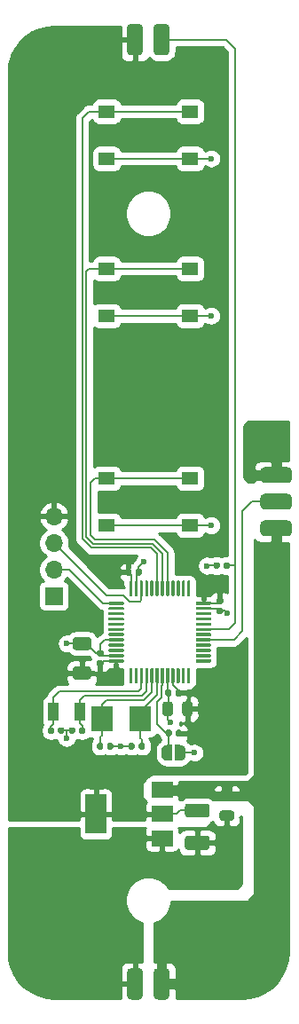
<source format=gbr>
%TF.GenerationSoftware,KiCad,Pcbnew,(5.1.6)-1*%
%TF.CreationDate,2020-10-09T22:59:05+02:00*%
%TF.ProjectId,zlpcba_f103c8,7a6c7063-6261-45f6-9631-303363382e6b,rev?*%
%TF.SameCoordinates,Original*%
%TF.FileFunction,Copper,L1,Top*%
%TF.FilePolarity,Positive*%
%FSLAX46Y46*%
G04 Gerber Fmt 4.6, Leading zero omitted, Abs format (unit mm)*
G04 Created by KiCad (PCBNEW (5.1.6)-1) date 2020-10-09 22:59:05*
%MOMM*%
%LPD*%
G01*
G04 APERTURE LIST*
%TA.AperFunction,ComponentPad*%
%ADD10O,1.700000X1.700000*%
%TD*%
%TA.AperFunction,ComponentPad*%
%ADD11R,1.700000X1.700000*%
%TD*%
%TA.AperFunction,SMDPad,CuDef*%
%ADD12R,1.550000X1.300000*%
%TD*%
%TA.AperFunction,SMDPad,CuDef*%
%ADD13R,2.000000X1.500000*%
%TD*%
%TA.AperFunction,SMDPad,CuDef*%
%ADD14R,2.000000X3.800000*%
%TD*%
%TA.AperFunction,SMDPad,CuDef*%
%ADD15R,1.000000X1.800000*%
%TD*%
%TA.AperFunction,SMDPad,CuDef*%
%ADD16R,2.000000X2.400000*%
%TD*%
%TA.AperFunction,SMDPad,CuDef*%
%ADD17C,0.100000*%
%TD*%
%TA.AperFunction,ViaPad*%
%ADD18C,0.600000*%
%TD*%
%TA.AperFunction,Conductor*%
%ADD19C,0.200000*%
%TD*%
%TA.AperFunction,Conductor*%
%ADD20C,0.254000*%
%TD*%
G04 APERTURE END LIST*
%TO.P,J4,2*%
%TO.N,/FD_analog*%
%TA.AperFunction,SMDPad,CuDef*%
G36*
G01*
X115508000Y-56014000D02*
X115508000Y-53776000D01*
G75*
G02*
X115889000Y-53395000I381000J0D01*
G01*
X116651000Y-53395000D01*
G75*
G02*
X117032000Y-53776000I0J-381000D01*
G01*
X117032000Y-56014000D01*
G75*
G02*
X116651000Y-56395000I-381000J0D01*
G01*
X115889000Y-56395000D01*
G75*
G02*
X115508000Y-56014000I0J381000D01*
G01*
G37*
%TD.AperFunction*%
%TO.P,J4,1*%
%TO.N,VDD*%
%TA.AperFunction,SMDPad,CuDef*%
G36*
G01*
X112968000Y-56014000D02*
X112968000Y-53776000D01*
G75*
G02*
X113349000Y-53395000I381000J0D01*
G01*
X114111000Y-53395000D01*
G75*
G02*
X114492000Y-53776000I0J-381000D01*
G01*
X114492000Y-56014000D01*
G75*
G02*
X114111000Y-56395000I-381000J0D01*
G01*
X113349000Y-56395000D01*
G75*
G02*
X112968000Y-56014000I0J381000D01*
G01*
G37*
%TD.AperFunction*%
%TD*%
%TO.P,J3,3*%
%TO.N,+5V*%
%TA.AperFunction,SMDPad,CuDef*%
G36*
G01*
X126081000Y-100768000D02*
X128319000Y-100768000D01*
G75*
G02*
X128700000Y-101149000I0J-381000D01*
G01*
X128700000Y-101911000D01*
G75*
G02*
X128319000Y-102292000I-381000J0D01*
G01*
X126081000Y-102292000D01*
G75*
G02*
X125700000Y-101911000I0J381000D01*
G01*
X125700000Y-101149000D01*
G75*
G02*
X126081000Y-100768000I381000J0D01*
G01*
G37*
%TD.AperFunction*%
%TO.P,J3,2*%
%TO.N,/LED_DATA*%
%TA.AperFunction,SMDPad,CuDef*%
G36*
G01*
X126081000Y-98228000D02*
X128319000Y-98228000D01*
G75*
G02*
X128700000Y-98609000I0J-381000D01*
G01*
X128700000Y-99371000D01*
G75*
G02*
X128319000Y-99752000I-381000J0D01*
G01*
X126081000Y-99752000D01*
G75*
G02*
X125700000Y-99371000I0J381000D01*
G01*
X125700000Y-98609000D01*
G75*
G02*
X126081000Y-98228000I381000J0D01*
G01*
G37*
%TD.AperFunction*%
%TO.P,J3,1*%
%TO.N,GND*%
%TA.AperFunction,SMDPad,CuDef*%
G36*
G01*
X126081000Y-95688000D02*
X128319000Y-95688000D01*
G75*
G02*
X128700000Y-96069000I0J-381000D01*
G01*
X128700000Y-96831000D01*
G75*
G02*
X128319000Y-97212000I-381000J0D01*
G01*
X126081000Y-97212000D01*
G75*
G02*
X125700000Y-96831000I0J381000D01*
G01*
X125700000Y-96069000D01*
G75*
G02*
X126081000Y-95688000I381000J0D01*
G01*
G37*
%TD.AperFunction*%
%TD*%
%TO.P,J1,2*%
%TO.N,+5V*%
%TA.AperFunction,SMDPad,CuDef*%
G36*
G01*
X115508000Y-146109000D02*
X115508000Y-143871000D01*
G75*
G02*
X115889000Y-143490000I381000J0D01*
G01*
X116651000Y-143490000D01*
G75*
G02*
X117032000Y-143871000I0J-381000D01*
G01*
X117032000Y-146109000D01*
G75*
G02*
X116651000Y-146490000I-381000J0D01*
G01*
X115889000Y-146490000D01*
G75*
G02*
X115508000Y-146109000I0J381000D01*
G01*
G37*
%TD.AperFunction*%
%TO.P,J1,1*%
%TO.N,GND*%
%TA.AperFunction,SMDPad,CuDef*%
G36*
G01*
X112968000Y-146109000D02*
X112968000Y-143871000D01*
G75*
G02*
X113349000Y-143490000I381000J0D01*
G01*
X114111000Y-143490000D01*
G75*
G02*
X114492000Y-143871000I0J-381000D01*
G01*
X114492000Y-146109000D01*
G75*
G02*
X114111000Y-146490000I-381000J0D01*
G01*
X113349000Y-146490000D01*
G75*
G02*
X112968000Y-146109000I0J381000D01*
G01*
G37*
%TD.AperFunction*%
%TD*%
D10*
%TO.P,J2,4*%
%TO.N,VDD*%
X106000000Y-100370000D03*
%TO.P,J2,3*%
%TO.N,/SW_DIO*%
X106000000Y-102910000D03*
%TO.P,J2,2*%
%TO.N,/SW_CLK*%
X106000000Y-105450000D03*
D11*
%TO.P,J2,1*%
%TO.N,GND*%
X106000000Y-107990000D03*
%TD*%
D12*
%TO.P,SW3,2*%
%TO.N,GND*%
X118980000Y-101240000D03*
%TO.P,SW3,1*%
%TO.N,/SW_3*%
X118980000Y-96740000D03*
X111020000Y-96740000D03*
%TO.P,SW3,2*%
%TO.N,GND*%
X111020000Y-101240000D03*
%TD*%
%TO.P,SW2,2*%
%TO.N,GND*%
X118980000Y-81240000D03*
%TO.P,SW2,1*%
%TO.N,/SW_2*%
X118980000Y-76740000D03*
X111020000Y-76740000D03*
%TO.P,SW2,2*%
%TO.N,GND*%
X111020000Y-81240000D03*
%TD*%
%TO.P,SW1,2*%
%TO.N,GND*%
X118980000Y-66240000D03*
%TO.P,SW1,1*%
%TO.N,/SW_1*%
X118980000Y-61740000D03*
X111020000Y-61740000D03*
%TO.P,SW1,2*%
%TO.N,GND*%
X111020000Y-66240000D03*
%TD*%
%TO.P,R2,2*%
%TO.N,GND*%
%TA.AperFunction,SMDPad,CuDef*%
G36*
G01*
X121810000Y-104907500D02*
X121810000Y-105252500D01*
G75*
G02*
X121662500Y-105400000I-147500J0D01*
G01*
X121367500Y-105400000D01*
G75*
G02*
X121220000Y-105252500I0J147500D01*
G01*
X121220000Y-104907500D01*
G75*
G02*
X121367500Y-104760000I147500J0D01*
G01*
X121662500Y-104760000D01*
G75*
G02*
X121810000Y-104907500I0J-147500D01*
G01*
G37*
%TD.AperFunction*%
%TO.P,R2,1*%
%TO.N,/FD_analog*%
%TA.AperFunction,SMDPad,CuDef*%
G36*
G01*
X122780000Y-104907500D02*
X122780000Y-105252500D01*
G75*
G02*
X122632500Y-105400000I-147500J0D01*
G01*
X122337500Y-105400000D01*
G75*
G02*
X122190000Y-105252500I0J147500D01*
G01*
X122190000Y-104907500D01*
G75*
G02*
X122337500Y-104760000I147500J0D01*
G01*
X122632500Y-104760000D01*
G75*
G02*
X122780000Y-104907500I0J-147500D01*
G01*
G37*
%TD.AperFunction*%
%TD*%
D13*
%TO.P,U2,1*%
%TO.N,GND*%
X116310000Y-131090000D03*
%TO.P,U2,3*%
%TO.N,+5V*%
X116310000Y-126490000D03*
%TO.P,U2,2*%
%TO.N,VDD*%
X116310000Y-128790000D03*
D14*
X110010000Y-128790000D03*
%TD*%
%TO.P,C12,2*%
%TO.N,GND*%
%TA.AperFunction,SMDPad,CuDef*%
G36*
G01*
X122043750Y-128440000D02*
X122956250Y-128440000D01*
G75*
G02*
X123200000Y-128683750I0J-243750D01*
G01*
X123200000Y-129171250D01*
G75*
G02*
X122956250Y-129415000I-243750J0D01*
G01*
X122043750Y-129415000D01*
G75*
G02*
X121800000Y-129171250I0J243750D01*
G01*
X121800000Y-128683750D01*
G75*
G02*
X122043750Y-128440000I243750J0D01*
G01*
G37*
%TD.AperFunction*%
%TO.P,C12,1*%
%TO.N,+5V*%
%TA.AperFunction,SMDPad,CuDef*%
G36*
G01*
X122043750Y-126565000D02*
X122956250Y-126565000D01*
G75*
G02*
X123200000Y-126808750I0J-243750D01*
G01*
X123200000Y-127296250D01*
G75*
G02*
X122956250Y-127540000I-243750J0D01*
G01*
X122043750Y-127540000D01*
G75*
G02*
X121800000Y-127296250I0J243750D01*
G01*
X121800000Y-126808750D01*
G75*
G02*
X122043750Y-126565000I243750J0D01*
G01*
G37*
%TD.AperFunction*%
%TD*%
%TO.P,C11,2*%
%TO.N,GND*%
%TA.AperFunction,SMDPad,CuDef*%
G36*
G01*
X118754999Y-130865000D02*
X120605001Y-130865000D01*
G75*
G02*
X120855000Y-131114999I0J-249999D01*
G01*
X120855000Y-131940001D01*
G75*
G02*
X120605001Y-132190000I-249999J0D01*
G01*
X118754999Y-132190000D01*
G75*
G02*
X118505000Y-131940001I0J249999D01*
G01*
X118505000Y-131114999D01*
G75*
G02*
X118754999Y-130865000I249999J0D01*
G01*
G37*
%TD.AperFunction*%
%TO.P,C11,1*%
%TO.N,VDD*%
%TA.AperFunction,SMDPad,CuDef*%
G36*
G01*
X118754999Y-127790000D02*
X120605001Y-127790000D01*
G75*
G02*
X120855000Y-128039999I0J-249999D01*
G01*
X120855000Y-128865001D01*
G75*
G02*
X120605001Y-129115000I-249999J0D01*
G01*
X118754999Y-129115000D01*
G75*
G02*
X118505000Y-128865001I0J249999D01*
G01*
X118505000Y-128039999D01*
G75*
G02*
X118754999Y-127790000I249999J0D01*
G01*
G37*
%TD.AperFunction*%
%TD*%
D15*
%TO.P,Y2,2*%
%TO.N,Net-(C9-Pad1)*%
X105950000Y-119020000D03*
%TO.P,Y2,1*%
%TO.N,Net-(C10-Pad1)*%
X108450000Y-119020000D03*
%TD*%
D16*
%TO.P,Y1,2*%
%TO.N,Net-(C5-Pad1)*%
X110550000Y-119720000D03*
%TO.P,Y1,1*%
%TO.N,Net-(C6-Pad1)*%
X114250000Y-119720000D03*
%TD*%
%TO.P,U1,48*%
%TO.N,VDD*%
%TA.AperFunction,SMDPad,CuDef*%
G36*
G01*
X112600000Y-114320000D02*
X111275000Y-114320000D01*
G75*
G02*
X111200000Y-114245000I0J75000D01*
G01*
X111200000Y-114095000D01*
G75*
G02*
X111275000Y-114020000I75000J0D01*
G01*
X112600000Y-114020000D01*
G75*
G02*
X112675000Y-114095000I0J-75000D01*
G01*
X112675000Y-114245000D01*
G75*
G02*
X112600000Y-114320000I-75000J0D01*
G01*
G37*
%TD.AperFunction*%
%TO.P,U1,47*%
%TO.N,GND*%
%TA.AperFunction,SMDPad,CuDef*%
G36*
G01*
X112600000Y-113820000D02*
X111275000Y-113820000D01*
G75*
G02*
X111200000Y-113745000I0J75000D01*
G01*
X111200000Y-113595000D01*
G75*
G02*
X111275000Y-113520000I75000J0D01*
G01*
X112600000Y-113520000D01*
G75*
G02*
X112675000Y-113595000I0J-75000D01*
G01*
X112675000Y-113745000D01*
G75*
G02*
X112600000Y-113820000I-75000J0D01*
G01*
G37*
%TD.AperFunction*%
%TO.P,U1,46*%
%TO.N,Net-(U1-Pad46)*%
%TA.AperFunction,SMDPad,CuDef*%
G36*
G01*
X112600000Y-113320000D02*
X111275000Y-113320000D01*
G75*
G02*
X111200000Y-113245000I0J75000D01*
G01*
X111200000Y-113095000D01*
G75*
G02*
X111275000Y-113020000I75000J0D01*
G01*
X112600000Y-113020000D01*
G75*
G02*
X112675000Y-113095000I0J-75000D01*
G01*
X112675000Y-113245000D01*
G75*
G02*
X112600000Y-113320000I-75000J0D01*
G01*
G37*
%TD.AperFunction*%
%TO.P,U1,45*%
%TO.N,Net-(U1-Pad45)*%
%TA.AperFunction,SMDPad,CuDef*%
G36*
G01*
X112600000Y-112820000D02*
X111275000Y-112820000D01*
G75*
G02*
X111200000Y-112745000I0J75000D01*
G01*
X111200000Y-112595000D01*
G75*
G02*
X111275000Y-112520000I75000J0D01*
G01*
X112600000Y-112520000D01*
G75*
G02*
X112675000Y-112595000I0J-75000D01*
G01*
X112675000Y-112745000D01*
G75*
G02*
X112600000Y-112820000I-75000J0D01*
G01*
G37*
%TD.AperFunction*%
%TO.P,U1,44*%
%TO.N,GND*%
%TA.AperFunction,SMDPad,CuDef*%
G36*
G01*
X112600000Y-112320000D02*
X111275000Y-112320000D01*
G75*
G02*
X111200000Y-112245000I0J75000D01*
G01*
X111200000Y-112095000D01*
G75*
G02*
X111275000Y-112020000I75000J0D01*
G01*
X112600000Y-112020000D01*
G75*
G02*
X112675000Y-112095000I0J-75000D01*
G01*
X112675000Y-112245000D01*
G75*
G02*
X112600000Y-112320000I-75000J0D01*
G01*
G37*
%TD.AperFunction*%
%TO.P,U1,43*%
%TO.N,Net-(U1-Pad43)*%
%TA.AperFunction,SMDPad,CuDef*%
G36*
G01*
X112600000Y-111820000D02*
X111275000Y-111820000D01*
G75*
G02*
X111200000Y-111745000I0J75000D01*
G01*
X111200000Y-111595000D01*
G75*
G02*
X111275000Y-111520000I75000J0D01*
G01*
X112600000Y-111520000D01*
G75*
G02*
X112675000Y-111595000I0J-75000D01*
G01*
X112675000Y-111745000D01*
G75*
G02*
X112600000Y-111820000I-75000J0D01*
G01*
G37*
%TD.AperFunction*%
%TO.P,U1,42*%
%TO.N,Net-(U1-Pad42)*%
%TA.AperFunction,SMDPad,CuDef*%
G36*
G01*
X112600000Y-111320000D02*
X111275000Y-111320000D01*
G75*
G02*
X111200000Y-111245000I0J75000D01*
G01*
X111200000Y-111095000D01*
G75*
G02*
X111275000Y-111020000I75000J0D01*
G01*
X112600000Y-111020000D01*
G75*
G02*
X112675000Y-111095000I0J-75000D01*
G01*
X112675000Y-111245000D01*
G75*
G02*
X112600000Y-111320000I-75000J0D01*
G01*
G37*
%TD.AperFunction*%
%TO.P,U1,41*%
%TO.N,Net-(U1-Pad41)*%
%TA.AperFunction,SMDPad,CuDef*%
G36*
G01*
X112600000Y-110820000D02*
X111275000Y-110820000D01*
G75*
G02*
X111200000Y-110745000I0J75000D01*
G01*
X111200000Y-110595000D01*
G75*
G02*
X111275000Y-110520000I75000J0D01*
G01*
X112600000Y-110520000D01*
G75*
G02*
X112675000Y-110595000I0J-75000D01*
G01*
X112675000Y-110745000D01*
G75*
G02*
X112600000Y-110820000I-75000J0D01*
G01*
G37*
%TD.AperFunction*%
%TO.P,U1,40*%
%TO.N,Net-(U1-Pad40)*%
%TA.AperFunction,SMDPad,CuDef*%
G36*
G01*
X112600000Y-110320000D02*
X111275000Y-110320000D01*
G75*
G02*
X111200000Y-110245000I0J75000D01*
G01*
X111200000Y-110095000D01*
G75*
G02*
X111275000Y-110020000I75000J0D01*
G01*
X112600000Y-110020000D01*
G75*
G02*
X112675000Y-110095000I0J-75000D01*
G01*
X112675000Y-110245000D01*
G75*
G02*
X112600000Y-110320000I-75000J0D01*
G01*
G37*
%TD.AperFunction*%
%TO.P,U1,39*%
%TO.N,Net-(U1-Pad39)*%
%TA.AperFunction,SMDPad,CuDef*%
G36*
G01*
X112600000Y-109820000D02*
X111275000Y-109820000D01*
G75*
G02*
X111200000Y-109745000I0J75000D01*
G01*
X111200000Y-109595000D01*
G75*
G02*
X111275000Y-109520000I75000J0D01*
G01*
X112600000Y-109520000D01*
G75*
G02*
X112675000Y-109595000I0J-75000D01*
G01*
X112675000Y-109745000D01*
G75*
G02*
X112600000Y-109820000I-75000J0D01*
G01*
G37*
%TD.AperFunction*%
%TO.P,U1,38*%
%TO.N,Net-(U1-Pad38)*%
%TA.AperFunction,SMDPad,CuDef*%
G36*
G01*
X112600000Y-109320000D02*
X111275000Y-109320000D01*
G75*
G02*
X111200000Y-109245000I0J75000D01*
G01*
X111200000Y-109095000D01*
G75*
G02*
X111275000Y-109020000I75000J0D01*
G01*
X112600000Y-109020000D01*
G75*
G02*
X112675000Y-109095000I0J-75000D01*
G01*
X112675000Y-109245000D01*
G75*
G02*
X112600000Y-109320000I-75000J0D01*
G01*
G37*
%TD.AperFunction*%
%TO.P,U1,37*%
%TO.N,/SW_CLK*%
%TA.AperFunction,SMDPad,CuDef*%
G36*
G01*
X112600000Y-108820000D02*
X111275000Y-108820000D01*
G75*
G02*
X111200000Y-108745000I0J75000D01*
G01*
X111200000Y-108595000D01*
G75*
G02*
X111275000Y-108520000I75000J0D01*
G01*
X112600000Y-108520000D01*
G75*
G02*
X112675000Y-108595000I0J-75000D01*
G01*
X112675000Y-108745000D01*
G75*
G02*
X112600000Y-108820000I-75000J0D01*
G01*
G37*
%TD.AperFunction*%
%TO.P,U1,36*%
%TO.N,VDD*%
%TA.AperFunction,SMDPad,CuDef*%
G36*
G01*
X113425000Y-107995000D02*
X113275000Y-107995000D01*
G75*
G02*
X113200000Y-107920000I0J75000D01*
G01*
X113200000Y-106595000D01*
G75*
G02*
X113275000Y-106520000I75000J0D01*
G01*
X113425000Y-106520000D01*
G75*
G02*
X113500000Y-106595000I0J-75000D01*
G01*
X113500000Y-107920000D01*
G75*
G02*
X113425000Y-107995000I-75000J0D01*
G01*
G37*
%TD.AperFunction*%
%TO.P,U1,35*%
%TO.N,GND*%
%TA.AperFunction,SMDPad,CuDef*%
G36*
G01*
X113925000Y-107995000D02*
X113775000Y-107995000D01*
G75*
G02*
X113700000Y-107920000I0J75000D01*
G01*
X113700000Y-106595000D01*
G75*
G02*
X113775000Y-106520000I75000J0D01*
G01*
X113925000Y-106520000D01*
G75*
G02*
X114000000Y-106595000I0J-75000D01*
G01*
X114000000Y-107920000D01*
G75*
G02*
X113925000Y-107995000I-75000J0D01*
G01*
G37*
%TD.AperFunction*%
%TO.P,U1,34*%
%TO.N,/SW_DIO*%
%TA.AperFunction,SMDPad,CuDef*%
G36*
G01*
X114425000Y-107995000D02*
X114275000Y-107995000D01*
G75*
G02*
X114200000Y-107920000I0J75000D01*
G01*
X114200000Y-106595000D01*
G75*
G02*
X114275000Y-106520000I75000J0D01*
G01*
X114425000Y-106520000D01*
G75*
G02*
X114500000Y-106595000I0J-75000D01*
G01*
X114500000Y-107920000D01*
G75*
G02*
X114425000Y-107995000I-75000J0D01*
G01*
G37*
%TD.AperFunction*%
%TO.P,U1,33*%
%TO.N,Net-(U1-Pad33)*%
%TA.AperFunction,SMDPad,CuDef*%
G36*
G01*
X114925000Y-107995000D02*
X114775000Y-107995000D01*
G75*
G02*
X114700000Y-107920000I0J75000D01*
G01*
X114700000Y-106595000D01*
G75*
G02*
X114775000Y-106520000I75000J0D01*
G01*
X114925000Y-106520000D01*
G75*
G02*
X115000000Y-106595000I0J-75000D01*
G01*
X115000000Y-107920000D01*
G75*
G02*
X114925000Y-107995000I-75000J0D01*
G01*
G37*
%TD.AperFunction*%
%TO.P,U1,32*%
%TO.N,Net-(U1-Pad32)*%
%TA.AperFunction,SMDPad,CuDef*%
G36*
G01*
X115425000Y-107995000D02*
X115275000Y-107995000D01*
G75*
G02*
X115200000Y-107920000I0J75000D01*
G01*
X115200000Y-106595000D01*
G75*
G02*
X115275000Y-106520000I75000J0D01*
G01*
X115425000Y-106520000D01*
G75*
G02*
X115500000Y-106595000I0J-75000D01*
G01*
X115500000Y-107920000D01*
G75*
G02*
X115425000Y-107995000I-75000J0D01*
G01*
G37*
%TD.AperFunction*%
%TO.P,U1,31*%
%TO.N,/SW_1*%
%TA.AperFunction,SMDPad,CuDef*%
G36*
G01*
X115925000Y-107995000D02*
X115775000Y-107995000D01*
G75*
G02*
X115700000Y-107920000I0J75000D01*
G01*
X115700000Y-106595000D01*
G75*
G02*
X115775000Y-106520000I75000J0D01*
G01*
X115925000Y-106520000D01*
G75*
G02*
X116000000Y-106595000I0J-75000D01*
G01*
X116000000Y-107920000D01*
G75*
G02*
X115925000Y-107995000I-75000J0D01*
G01*
G37*
%TD.AperFunction*%
%TO.P,U1,30*%
%TO.N,/SW_2*%
%TA.AperFunction,SMDPad,CuDef*%
G36*
G01*
X116425000Y-107995000D02*
X116275000Y-107995000D01*
G75*
G02*
X116200000Y-107920000I0J75000D01*
G01*
X116200000Y-106595000D01*
G75*
G02*
X116275000Y-106520000I75000J0D01*
G01*
X116425000Y-106520000D01*
G75*
G02*
X116500000Y-106595000I0J-75000D01*
G01*
X116500000Y-107920000D01*
G75*
G02*
X116425000Y-107995000I-75000J0D01*
G01*
G37*
%TD.AperFunction*%
%TO.P,U1,29*%
%TO.N,/SW_3*%
%TA.AperFunction,SMDPad,CuDef*%
G36*
G01*
X116925000Y-107995000D02*
X116775000Y-107995000D01*
G75*
G02*
X116700000Y-107920000I0J75000D01*
G01*
X116700000Y-106595000D01*
G75*
G02*
X116775000Y-106520000I75000J0D01*
G01*
X116925000Y-106520000D01*
G75*
G02*
X117000000Y-106595000I0J-75000D01*
G01*
X117000000Y-107920000D01*
G75*
G02*
X116925000Y-107995000I-75000J0D01*
G01*
G37*
%TD.AperFunction*%
%TO.P,U1,28*%
%TO.N,Net-(U1-Pad28)*%
%TA.AperFunction,SMDPad,CuDef*%
G36*
G01*
X117425000Y-107995000D02*
X117275000Y-107995000D01*
G75*
G02*
X117200000Y-107920000I0J75000D01*
G01*
X117200000Y-106595000D01*
G75*
G02*
X117275000Y-106520000I75000J0D01*
G01*
X117425000Y-106520000D01*
G75*
G02*
X117500000Y-106595000I0J-75000D01*
G01*
X117500000Y-107920000D01*
G75*
G02*
X117425000Y-107995000I-75000J0D01*
G01*
G37*
%TD.AperFunction*%
%TO.P,U1,27*%
%TO.N,Net-(U1-Pad27)*%
%TA.AperFunction,SMDPad,CuDef*%
G36*
G01*
X117925000Y-107995000D02*
X117775000Y-107995000D01*
G75*
G02*
X117700000Y-107920000I0J75000D01*
G01*
X117700000Y-106595000D01*
G75*
G02*
X117775000Y-106520000I75000J0D01*
G01*
X117925000Y-106520000D01*
G75*
G02*
X118000000Y-106595000I0J-75000D01*
G01*
X118000000Y-107920000D01*
G75*
G02*
X117925000Y-107995000I-75000J0D01*
G01*
G37*
%TD.AperFunction*%
%TO.P,U1,26*%
%TO.N,Net-(U1-Pad26)*%
%TA.AperFunction,SMDPad,CuDef*%
G36*
G01*
X118425000Y-107995000D02*
X118275000Y-107995000D01*
G75*
G02*
X118200000Y-107920000I0J75000D01*
G01*
X118200000Y-106595000D01*
G75*
G02*
X118275000Y-106520000I75000J0D01*
G01*
X118425000Y-106520000D01*
G75*
G02*
X118500000Y-106595000I0J-75000D01*
G01*
X118500000Y-107920000D01*
G75*
G02*
X118425000Y-107995000I-75000J0D01*
G01*
G37*
%TD.AperFunction*%
%TO.P,U1,25*%
%TO.N,Net-(U1-Pad25)*%
%TA.AperFunction,SMDPad,CuDef*%
G36*
G01*
X118925000Y-107995000D02*
X118775000Y-107995000D01*
G75*
G02*
X118700000Y-107920000I0J75000D01*
G01*
X118700000Y-106595000D01*
G75*
G02*
X118775000Y-106520000I75000J0D01*
G01*
X118925000Y-106520000D01*
G75*
G02*
X119000000Y-106595000I0J-75000D01*
G01*
X119000000Y-107920000D01*
G75*
G02*
X118925000Y-107995000I-75000J0D01*
G01*
G37*
%TD.AperFunction*%
%TO.P,U1,24*%
%TO.N,VDD*%
%TA.AperFunction,SMDPad,CuDef*%
G36*
G01*
X120925000Y-108820000D02*
X119600000Y-108820000D01*
G75*
G02*
X119525000Y-108745000I0J75000D01*
G01*
X119525000Y-108595000D01*
G75*
G02*
X119600000Y-108520000I75000J0D01*
G01*
X120925000Y-108520000D01*
G75*
G02*
X121000000Y-108595000I0J-75000D01*
G01*
X121000000Y-108745000D01*
G75*
G02*
X120925000Y-108820000I-75000J0D01*
G01*
G37*
%TD.AperFunction*%
%TO.P,U1,23*%
%TO.N,GND*%
%TA.AperFunction,SMDPad,CuDef*%
G36*
G01*
X120925000Y-109320000D02*
X119600000Y-109320000D01*
G75*
G02*
X119525000Y-109245000I0J75000D01*
G01*
X119525000Y-109095000D01*
G75*
G02*
X119600000Y-109020000I75000J0D01*
G01*
X120925000Y-109020000D01*
G75*
G02*
X121000000Y-109095000I0J-75000D01*
G01*
X121000000Y-109245000D01*
G75*
G02*
X120925000Y-109320000I-75000J0D01*
G01*
G37*
%TD.AperFunction*%
%TO.P,U1,22*%
%TO.N,Net-(U1-Pad22)*%
%TA.AperFunction,SMDPad,CuDef*%
G36*
G01*
X120925000Y-109820000D02*
X119600000Y-109820000D01*
G75*
G02*
X119525000Y-109745000I0J75000D01*
G01*
X119525000Y-109595000D01*
G75*
G02*
X119600000Y-109520000I75000J0D01*
G01*
X120925000Y-109520000D01*
G75*
G02*
X121000000Y-109595000I0J-75000D01*
G01*
X121000000Y-109745000D01*
G75*
G02*
X120925000Y-109820000I-75000J0D01*
G01*
G37*
%TD.AperFunction*%
%TO.P,U1,21*%
%TO.N,Net-(U1-Pad21)*%
%TA.AperFunction,SMDPad,CuDef*%
G36*
G01*
X120925000Y-110320000D02*
X119600000Y-110320000D01*
G75*
G02*
X119525000Y-110245000I0J75000D01*
G01*
X119525000Y-110095000D01*
G75*
G02*
X119600000Y-110020000I75000J0D01*
G01*
X120925000Y-110020000D01*
G75*
G02*
X121000000Y-110095000I0J-75000D01*
G01*
X121000000Y-110245000D01*
G75*
G02*
X120925000Y-110320000I-75000J0D01*
G01*
G37*
%TD.AperFunction*%
%TO.P,U1,20*%
%TO.N,Net-(U1-Pad20)*%
%TA.AperFunction,SMDPad,CuDef*%
G36*
G01*
X120925000Y-110820000D02*
X119600000Y-110820000D01*
G75*
G02*
X119525000Y-110745000I0J75000D01*
G01*
X119525000Y-110595000D01*
G75*
G02*
X119600000Y-110520000I75000J0D01*
G01*
X120925000Y-110520000D01*
G75*
G02*
X121000000Y-110595000I0J-75000D01*
G01*
X121000000Y-110745000D01*
G75*
G02*
X120925000Y-110820000I-75000J0D01*
G01*
G37*
%TD.AperFunction*%
%TO.P,U1,19*%
%TO.N,/FD_analog*%
%TA.AperFunction,SMDPad,CuDef*%
G36*
G01*
X120925000Y-111320000D02*
X119600000Y-111320000D01*
G75*
G02*
X119525000Y-111245000I0J75000D01*
G01*
X119525000Y-111095000D01*
G75*
G02*
X119600000Y-111020000I75000J0D01*
G01*
X120925000Y-111020000D01*
G75*
G02*
X121000000Y-111095000I0J-75000D01*
G01*
X121000000Y-111245000D01*
G75*
G02*
X120925000Y-111320000I-75000J0D01*
G01*
G37*
%TD.AperFunction*%
%TO.P,U1,18*%
%TO.N,Net-(U1-Pad18)*%
%TA.AperFunction,SMDPad,CuDef*%
G36*
G01*
X120925000Y-111820000D02*
X119600000Y-111820000D01*
G75*
G02*
X119525000Y-111745000I0J75000D01*
G01*
X119525000Y-111595000D01*
G75*
G02*
X119600000Y-111520000I75000J0D01*
G01*
X120925000Y-111520000D01*
G75*
G02*
X121000000Y-111595000I0J-75000D01*
G01*
X121000000Y-111745000D01*
G75*
G02*
X120925000Y-111820000I-75000J0D01*
G01*
G37*
%TD.AperFunction*%
%TO.P,U1,17*%
%TO.N,/LED_DATA*%
%TA.AperFunction,SMDPad,CuDef*%
G36*
G01*
X120925000Y-112320000D02*
X119600000Y-112320000D01*
G75*
G02*
X119525000Y-112245000I0J75000D01*
G01*
X119525000Y-112095000D01*
G75*
G02*
X119600000Y-112020000I75000J0D01*
G01*
X120925000Y-112020000D01*
G75*
G02*
X121000000Y-112095000I0J-75000D01*
G01*
X121000000Y-112245000D01*
G75*
G02*
X120925000Y-112320000I-75000J0D01*
G01*
G37*
%TD.AperFunction*%
%TO.P,U1,16*%
%TO.N,Net-(U1-Pad16)*%
%TA.AperFunction,SMDPad,CuDef*%
G36*
G01*
X120925000Y-112820000D02*
X119600000Y-112820000D01*
G75*
G02*
X119525000Y-112745000I0J75000D01*
G01*
X119525000Y-112595000D01*
G75*
G02*
X119600000Y-112520000I75000J0D01*
G01*
X120925000Y-112520000D01*
G75*
G02*
X121000000Y-112595000I0J-75000D01*
G01*
X121000000Y-112745000D01*
G75*
G02*
X120925000Y-112820000I-75000J0D01*
G01*
G37*
%TD.AperFunction*%
%TO.P,U1,15*%
%TO.N,Net-(U1-Pad15)*%
%TA.AperFunction,SMDPad,CuDef*%
G36*
G01*
X120925000Y-113320000D02*
X119600000Y-113320000D01*
G75*
G02*
X119525000Y-113245000I0J75000D01*
G01*
X119525000Y-113095000D01*
G75*
G02*
X119600000Y-113020000I75000J0D01*
G01*
X120925000Y-113020000D01*
G75*
G02*
X121000000Y-113095000I0J-75000D01*
G01*
X121000000Y-113245000D01*
G75*
G02*
X120925000Y-113320000I-75000J0D01*
G01*
G37*
%TD.AperFunction*%
%TO.P,U1,14*%
%TO.N,Net-(U1-Pad14)*%
%TA.AperFunction,SMDPad,CuDef*%
G36*
G01*
X120925000Y-113820000D02*
X119600000Y-113820000D01*
G75*
G02*
X119525000Y-113745000I0J75000D01*
G01*
X119525000Y-113595000D01*
G75*
G02*
X119600000Y-113520000I75000J0D01*
G01*
X120925000Y-113520000D01*
G75*
G02*
X121000000Y-113595000I0J-75000D01*
G01*
X121000000Y-113745000D01*
G75*
G02*
X120925000Y-113820000I-75000J0D01*
G01*
G37*
%TD.AperFunction*%
%TO.P,U1,13*%
%TO.N,Net-(U1-Pad13)*%
%TA.AperFunction,SMDPad,CuDef*%
G36*
G01*
X120925000Y-114320000D02*
X119600000Y-114320000D01*
G75*
G02*
X119525000Y-114245000I0J75000D01*
G01*
X119525000Y-114095000D01*
G75*
G02*
X119600000Y-114020000I75000J0D01*
G01*
X120925000Y-114020000D01*
G75*
G02*
X121000000Y-114095000I0J-75000D01*
G01*
X121000000Y-114245000D01*
G75*
G02*
X120925000Y-114320000I-75000J0D01*
G01*
G37*
%TD.AperFunction*%
%TO.P,U1,12*%
%TO.N,Net-(U1-Pad12)*%
%TA.AperFunction,SMDPad,CuDef*%
G36*
G01*
X118925000Y-116320000D02*
X118775000Y-116320000D01*
G75*
G02*
X118700000Y-116245000I0J75000D01*
G01*
X118700000Y-114920000D01*
G75*
G02*
X118775000Y-114845000I75000J0D01*
G01*
X118925000Y-114845000D01*
G75*
G02*
X119000000Y-114920000I0J-75000D01*
G01*
X119000000Y-116245000D01*
G75*
G02*
X118925000Y-116320000I-75000J0D01*
G01*
G37*
%TD.AperFunction*%
%TO.P,U1,11*%
%TO.N,Net-(U1-Pad11)*%
%TA.AperFunction,SMDPad,CuDef*%
G36*
G01*
X118425000Y-116320000D02*
X118275000Y-116320000D01*
G75*
G02*
X118200000Y-116245000I0J75000D01*
G01*
X118200000Y-114920000D01*
G75*
G02*
X118275000Y-114845000I75000J0D01*
G01*
X118425000Y-114845000D01*
G75*
G02*
X118500000Y-114920000I0J-75000D01*
G01*
X118500000Y-116245000D01*
G75*
G02*
X118425000Y-116320000I-75000J0D01*
G01*
G37*
%TD.AperFunction*%
%TO.P,U1,10*%
%TO.N,Net-(U1-Pad10)*%
%TA.AperFunction,SMDPad,CuDef*%
G36*
G01*
X117925000Y-116320000D02*
X117775000Y-116320000D01*
G75*
G02*
X117700000Y-116245000I0J75000D01*
G01*
X117700000Y-114920000D01*
G75*
G02*
X117775000Y-114845000I75000J0D01*
G01*
X117925000Y-114845000D01*
G75*
G02*
X118000000Y-114920000I0J-75000D01*
G01*
X118000000Y-116245000D01*
G75*
G02*
X117925000Y-116320000I-75000J0D01*
G01*
G37*
%TD.AperFunction*%
%TO.P,U1,9*%
%TO.N,VDD*%
%TA.AperFunction,SMDPad,CuDef*%
G36*
G01*
X117425000Y-116320000D02*
X117275000Y-116320000D01*
G75*
G02*
X117200000Y-116245000I0J75000D01*
G01*
X117200000Y-114920000D01*
G75*
G02*
X117275000Y-114845000I75000J0D01*
G01*
X117425000Y-114845000D01*
G75*
G02*
X117500000Y-114920000I0J-75000D01*
G01*
X117500000Y-116245000D01*
G75*
G02*
X117425000Y-116320000I-75000J0D01*
G01*
G37*
%TD.AperFunction*%
%TO.P,U1,8*%
%TO.N,GND*%
%TA.AperFunction,SMDPad,CuDef*%
G36*
G01*
X116925000Y-116320000D02*
X116775000Y-116320000D01*
G75*
G02*
X116700000Y-116245000I0J75000D01*
G01*
X116700000Y-114920000D01*
G75*
G02*
X116775000Y-114845000I75000J0D01*
G01*
X116925000Y-114845000D01*
G75*
G02*
X117000000Y-114920000I0J-75000D01*
G01*
X117000000Y-116245000D01*
G75*
G02*
X116925000Y-116320000I-75000J0D01*
G01*
G37*
%TD.AperFunction*%
%TO.P,U1,7*%
%TO.N,Net-(JP1-Pad2)*%
%TA.AperFunction,SMDPad,CuDef*%
G36*
G01*
X116425000Y-116320000D02*
X116275000Y-116320000D01*
G75*
G02*
X116200000Y-116245000I0J75000D01*
G01*
X116200000Y-114920000D01*
G75*
G02*
X116275000Y-114845000I75000J0D01*
G01*
X116425000Y-114845000D01*
G75*
G02*
X116500000Y-114920000I0J-75000D01*
G01*
X116500000Y-116245000D01*
G75*
G02*
X116425000Y-116320000I-75000J0D01*
G01*
G37*
%TD.AperFunction*%
%TO.P,U1,6*%
%TO.N,Net-(C6-Pad1)*%
%TA.AperFunction,SMDPad,CuDef*%
G36*
G01*
X115925000Y-116320000D02*
X115775000Y-116320000D01*
G75*
G02*
X115700000Y-116245000I0J75000D01*
G01*
X115700000Y-114920000D01*
G75*
G02*
X115775000Y-114845000I75000J0D01*
G01*
X115925000Y-114845000D01*
G75*
G02*
X116000000Y-114920000I0J-75000D01*
G01*
X116000000Y-116245000D01*
G75*
G02*
X115925000Y-116320000I-75000J0D01*
G01*
G37*
%TD.AperFunction*%
%TO.P,U1,5*%
%TO.N,Net-(C5-Pad1)*%
%TA.AperFunction,SMDPad,CuDef*%
G36*
G01*
X115425000Y-116320000D02*
X115275000Y-116320000D01*
G75*
G02*
X115200000Y-116245000I0J75000D01*
G01*
X115200000Y-114920000D01*
G75*
G02*
X115275000Y-114845000I75000J0D01*
G01*
X115425000Y-114845000D01*
G75*
G02*
X115500000Y-114920000I0J-75000D01*
G01*
X115500000Y-116245000D01*
G75*
G02*
X115425000Y-116320000I-75000J0D01*
G01*
G37*
%TD.AperFunction*%
%TO.P,U1,4*%
%TO.N,Net-(C10-Pad1)*%
%TA.AperFunction,SMDPad,CuDef*%
G36*
G01*
X114925000Y-116320000D02*
X114775000Y-116320000D01*
G75*
G02*
X114700000Y-116245000I0J75000D01*
G01*
X114700000Y-114920000D01*
G75*
G02*
X114775000Y-114845000I75000J0D01*
G01*
X114925000Y-114845000D01*
G75*
G02*
X115000000Y-114920000I0J-75000D01*
G01*
X115000000Y-116245000D01*
G75*
G02*
X114925000Y-116320000I-75000J0D01*
G01*
G37*
%TD.AperFunction*%
%TO.P,U1,3*%
%TO.N,Net-(C9-Pad1)*%
%TA.AperFunction,SMDPad,CuDef*%
G36*
G01*
X114425000Y-116320000D02*
X114275000Y-116320000D01*
G75*
G02*
X114200000Y-116245000I0J75000D01*
G01*
X114200000Y-114920000D01*
G75*
G02*
X114275000Y-114845000I75000J0D01*
G01*
X114425000Y-114845000D01*
G75*
G02*
X114500000Y-114920000I0J-75000D01*
G01*
X114500000Y-116245000D01*
G75*
G02*
X114425000Y-116320000I-75000J0D01*
G01*
G37*
%TD.AperFunction*%
%TO.P,U1,2*%
%TO.N,Net-(U1-Pad2)*%
%TA.AperFunction,SMDPad,CuDef*%
G36*
G01*
X113925000Y-116320000D02*
X113775000Y-116320000D01*
G75*
G02*
X113700000Y-116245000I0J75000D01*
G01*
X113700000Y-114920000D01*
G75*
G02*
X113775000Y-114845000I75000J0D01*
G01*
X113925000Y-114845000D01*
G75*
G02*
X114000000Y-114920000I0J-75000D01*
G01*
X114000000Y-116245000D01*
G75*
G02*
X113925000Y-116320000I-75000J0D01*
G01*
G37*
%TD.AperFunction*%
%TO.P,U1,1*%
%TO.N,Net-(U1-Pad1)*%
%TA.AperFunction,SMDPad,CuDef*%
G36*
G01*
X113425000Y-116320000D02*
X113275000Y-116320000D01*
G75*
G02*
X113200000Y-116245000I0J75000D01*
G01*
X113200000Y-114920000D01*
G75*
G02*
X113275000Y-114845000I75000J0D01*
G01*
X113425000Y-114845000D01*
G75*
G02*
X113500000Y-114920000I0J-75000D01*
G01*
X113500000Y-116245000D01*
G75*
G02*
X113425000Y-116320000I-75000J0D01*
G01*
G37*
%TD.AperFunction*%
%TD*%
%TO.P,R1,2*%
%TO.N,Net-(JP1-Pad2)*%
%TA.AperFunction,SMDPad,CuDef*%
G36*
G01*
X117240000Y-120887500D02*
X117240000Y-121232500D01*
G75*
G02*
X117092500Y-121380000I-147500J0D01*
G01*
X116797500Y-121380000D01*
G75*
G02*
X116650000Y-121232500I0J147500D01*
G01*
X116650000Y-120887500D01*
G75*
G02*
X116797500Y-120740000I147500J0D01*
G01*
X117092500Y-120740000D01*
G75*
G02*
X117240000Y-120887500I0J-147500D01*
G01*
G37*
%TD.AperFunction*%
%TO.P,R1,1*%
%TO.N,VDD*%
%TA.AperFunction,SMDPad,CuDef*%
G36*
G01*
X118210000Y-120887500D02*
X118210000Y-121232500D01*
G75*
G02*
X118062500Y-121380000I-147500J0D01*
G01*
X117767500Y-121380000D01*
G75*
G02*
X117620000Y-121232500I0J147500D01*
G01*
X117620000Y-120887500D01*
G75*
G02*
X117767500Y-120740000I147500J0D01*
G01*
X118062500Y-120740000D01*
G75*
G02*
X118210000Y-120887500I0J-147500D01*
G01*
G37*
%TD.AperFunction*%
%TD*%
%TA.AperFunction,SMDPad,CuDef*%
D17*
%TO.P,JP1,2*%
%TO.N,Net-(JP1-Pad2)*%
G36*
X116770000Y-123689398D02*
G01*
X116745466Y-123689398D01*
X116696635Y-123684588D01*
X116648510Y-123675016D01*
X116601555Y-123660772D01*
X116556222Y-123641995D01*
X116512949Y-123618864D01*
X116472150Y-123591604D01*
X116434221Y-123560476D01*
X116399524Y-123525779D01*
X116368396Y-123487850D01*
X116341136Y-123447051D01*
X116318005Y-123403778D01*
X116299228Y-123358445D01*
X116284984Y-123311490D01*
X116275412Y-123263365D01*
X116270602Y-123214534D01*
X116270602Y-123190000D01*
X116270000Y-123190000D01*
X116270000Y-122690000D01*
X116270602Y-122690000D01*
X116270602Y-122665466D01*
X116275412Y-122616635D01*
X116284984Y-122568510D01*
X116299228Y-122521555D01*
X116318005Y-122476222D01*
X116341136Y-122432949D01*
X116368396Y-122392150D01*
X116399524Y-122354221D01*
X116434221Y-122319524D01*
X116472150Y-122288396D01*
X116512949Y-122261136D01*
X116556222Y-122238005D01*
X116601555Y-122219228D01*
X116648510Y-122204984D01*
X116696635Y-122195412D01*
X116745466Y-122190602D01*
X116770000Y-122190602D01*
X116770000Y-122190000D01*
X117270000Y-122190000D01*
X117270000Y-123690000D01*
X116770000Y-123690000D01*
X116770000Y-123689398D01*
G37*
%TD.AperFunction*%
%TA.AperFunction,SMDPad,CuDef*%
%TO.P,JP1,1*%
%TO.N,GND*%
G36*
X117570000Y-122190000D02*
G01*
X118070000Y-122190000D01*
X118070000Y-122190602D01*
X118094534Y-122190602D01*
X118143365Y-122195412D01*
X118191490Y-122204984D01*
X118238445Y-122219228D01*
X118283778Y-122238005D01*
X118327051Y-122261136D01*
X118367850Y-122288396D01*
X118405779Y-122319524D01*
X118440476Y-122354221D01*
X118471604Y-122392150D01*
X118498864Y-122432949D01*
X118521995Y-122476222D01*
X118540772Y-122521555D01*
X118555016Y-122568510D01*
X118564588Y-122616635D01*
X118569398Y-122665466D01*
X118569398Y-122690000D01*
X118570000Y-122690000D01*
X118570000Y-123190000D01*
X118569398Y-123190000D01*
X118569398Y-123214534D01*
X118564588Y-123263365D01*
X118555016Y-123311490D01*
X118540772Y-123358445D01*
X118521995Y-123403778D01*
X118498864Y-123447051D01*
X118471604Y-123487850D01*
X118440476Y-123525779D01*
X118405779Y-123560476D01*
X118367850Y-123591604D01*
X118327051Y-123618864D01*
X118283778Y-123641995D01*
X118238445Y-123660772D01*
X118191490Y-123675016D01*
X118143365Y-123684588D01*
X118094534Y-123689398D01*
X118070000Y-123689398D01*
X118070000Y-123690000D01*
X117570000Y-123690000D01*
X117570000Y-122190000D01*
G37*
%TD.AperFunction*%
%TD*%
%TO.P,C10,2*%
%TO.N,GND*%
%TA.AperFunction,SMDPad,CuDef*%
G36*
G01*
X108010000Y-120647500D02*
X108010000Y-120992500D01*
G75*
G02*
X107862500Y-121140000I-147500J0D01*
G01*
X107567500Y-121140000D01*
G75*
G02*
X107420000Y-120992500I0J147500D01*
G01*
X107420000Y-120647500D01*
G75*
G02*
X107567500Y-120500000I147500J0D01*
G01*
X107862500Y-120500000D01*
G75*
G02*
X108010000Y-120647500I0J-147500D01*
G01*
G37*
%TD.AperFunction*%
%TO.P,C10,1*%
%TO.N,Net-(C10-Pad1)*%
%TA.AperFunction,SMDPad,CuDef*%
G36*
G01*
X108980000Y-120647500D02*
X108980000Y-120992500D01*
G75*
G02*
X108832500Y-121140000I-147500J0D01*
G01*
X108537500Y-121140000D01*
G75*
G02*
X108390000Y-120992500I0J147500D01*
G01*
X108390000Y-120647500D01*
G75*
G02*
X108537500Y-120500000I147500J0D01*
G01*
X108832500Y-120500000D01*
G75*
G02*
X108980000Y-120647500I0J-147500D01*
G01*
G37*
%TD.AperFunction*%
%TD*%
%TO.P,C9,2*%
%TO.N,GND*%
%TA.AperFunction,SMDPad,CuDef*%
G36*
G01*
X106390000Y-120992500D02*
X106390000Y-120647500D01*
G75*
G02*
X106537500Y-120500000I147500J0D01*
G01*
X106832500Y-120500000D01*
G75*
G02*
X106980000Y-120647500I0J-147500D01*
G01*
X106980000Y-120992500D01*
G75*
G02*
X106832500Y-121140000I-147500J0D01*
G01*
X106537500Y-121140000D01*
G75*
G02*
X106390000Y-120992500I0J147500D01*
G01*
G37*
%TD.AperFunction*%
%TO.P,C9,1*%
%TO.N,Net-(C9-Pad1)*%
%TA.AperFunction,SMDPad,CuDef*%
G36*
G01*
X105420000Y-120992500D02*
X105420000Y-120647500D01*
G75*
G02*
X105567500Y-120500000I147500J0D01*
G01*
X105862500Y-120500000D01*
G75*
G02*
X106010000Y-120647500I0J-147500D01*
G01*
X106010000Y-120992500D01*
G75*
G02*
X105862500Y-121140000I-147500J0D01*
G01*
X105567500Y-121140000D01*
G75*
G02*
X105420000Y-120992500I0J147500D01*
G01*
G37*
%TD.AperFunction*%
%TD*%
%TO.P,C8,2*%
%TO.N,GND*%
%TA.AperFunction,SMDPad,CuDef*%
G36*
G01*
X117350000Y-118293750D02*
X117350000Y-119206250D01*
G75*
G02*
X117106250Y-119450000I-243750J0D01*
G01*
X116618750Y-119450000D01*
G75*
G02*
X116375000Y-119206250I0J243750D01*
G01*
X116375000Y-118293750D01*
G75*
G02*
X116618750Y-118050000I243750J0D01*
G01*
X117106250Y-118050000D01*
G75*
G02*
X117350000Y-118293750I0J-243750D01*
G01*
G37*
%TD.AperFunction*%
%TO.P,C8,1*%
%TO.N,VDD*%
%TA.AperFunction,SMDPad,CuDef*%
G36*
G01*
X119225000Y-118293750D02*
X119225000Y-119206250D01*
G75*
G02*
X118981250Y-119450000I-243750J0D01*
G01*
X118493750Y-119450000D01*
G75*
G02*
X118250000Y-119206250I0J243750D01*
G01*
X118250000Y-118293750D01*
G75*
G02*
X118493750Y-118050000I243750J0D01*
G01*
X118981250Y-118050000D01*
G75*
G02*
X119225000Y-118293750I0J-243750D01*
G01*
G37*
%TD.AperFunction*%
%TD*%
%TO.P,C7,2*%
%TO.N,GND*%
%TA.AperFunction,SMDPad,CuDef*%
G36*
G01*
X117210000Y-117047500D02*
X117210000Y-117392500D01*
G75*
G02*
X117062500Y-117540000I-147500J0D01*
G01*
X116767500Y-117540000D01*
G75*
G02*
X116620000Y-117392500I0J147500D01*
G01*
X116620000Y-117047500D01*
G75*
G02*
X116767500Y-116900000I147500J0D01*
G01*
X117062500Y-116900000D01*
G75*
G02*
X117210000Y-117047500I0J-147500D01*
G01*
G37*
%TD.AperFunction*%
%TO.P,C7,1*%
%TO.N,VDD*%
%TA.AperFunction,SMDPad,CuDef*%
G36*
G01*
X118180000Y-117047500D02*
X118180000Y-117392500D01*
G75*
G02*
X118032500Y-117540000I-147500J0D01*
G01*
X117737500Y-117540000D01*
G75*
G02*
X117590000Y-117392500I0J147500D01*
G01*
X117590000Y-117047500D01*
G75*
G02*
X117737500Y-116900000I147500J0D01*
G01*
X118032500Y-116900000D01*
G75*
G02*
X118180000Y-117047500I0J-147500D01*
G01*
G37*
%TD.AperFunction*%
%TD*%
%TO.P,C6,2*%
%TO.N,GND*%
%TA.AperFunction,SMDPad,CuDef*%
G36*
G01*
X113710000Y-122147500D02*
X113710000Y-122492500D01*
G75*
G02*
X113562500Y-122640000I-147500J0D01*
G01*
X113267500Y-122640000D01*
G75*
G02*
X113120000Y-122492500I0J147500D01*
G01*
X113120000Y-122147500D01*
G75*
G02*
X113267500Y-122000000I147500J0D01*
G01*
X113562500Y-122000000D01*
G75*
G02*
X113710000Y-122147500I0J-147500D01*
G01*
G37*
%TD.AperFunction*%
%TO.P,C6,1*%
%TO.N,Net-(C6-Pad1)*%
%TA.AperFunction,SMDPad,CuDef*%
G36*
G01*
X114680000Y-122147500D02*
X114680000Y-122492500D01*
G75*
G02*
X114532500Y-122640000I-147500J0D01*
G01*
X114237500Y-122640000D01*
G75*
G02*
X114090000Y-122492500I0J147500D01*
G01*
X114090000Y-122147500D01*
G75*
G02*
X114237500Y-122000000I147500J0D01*
G01*
X114532500Y-122000000D01*
G75*
G02*
X114680000Y-122147500I0J-147500D01*
G01*
G37*
%TD.AperFunction*%
%TD*%
%TO.P,C5,2*%
%TO.N,GND*%
%TA.AperFunction,SMDPad,CuDef*%
G36*
G01*
X111090000Y-122492500D02*
X111090000Y-122147500D01*
G75*
G02*
X111237500Y-122000000I147500J0D01*
G01*
X111532500Y-122000000D01*
G75*
G02*
X111680000Y-122147500I0J-147500D01*
G01*
X111680000Y-122492500D01*
G75*
G02*
X111532500Y-122640000I-147500J0D01*
G01*
X111237500Y-122640000D01*
G75*
G02*
X111090000Y-122492500I0J147500D01*
G01*
G37*
%TD.AperFunction*%
%TO.P,C5,1*%
%TO.N,Net-(C5-Pad1)*%
%TA.AperFunction,SMDPad,CuDef*%
G36*
G01*
X110120000Y-122492500D02*
X110120000Y-122147500D01*
G75*
G02*
X110267500Y-122000000I147500J0D01*
G01*
X110562500Y-122000000D01*
G75*
G02*
X110710000Y-122147500I0J-147500D01*
G01*
X110710000Y-122492500D01*
G75*
G02*
X110562500Y-122640000I-147500J0D01*
G01*
X110267500Y-122640000D01*
G75*
G02*
X110120000Y-122492500I0J147500D01*
G01*
G37*
%TD.AperFunction*%
%TD*%
%TO.P,C4,2*%
%TO.N,GND*%
%TA.AperFunction,SMDPad,CuDef*%
G36*
G01*
X110572500Y-113730000D02*
X110227500Y-113730000D01*
G75*
G02*
X110080000Y-113582500I0J147500D01*
G01*
X110080000Y-113287500D01*
G75*
G02*
X110227500Y-113140000I147500J0D01*
G01*
X110572500Y-113140000D01*
G75*
G02*
X110720000Y-113287500I0J-147500D01*
G01*
X110720000Y-113582500D01*
G75*
G02*
X110572500Y-113730000I-147500J0D01*
G01*
G37*
%TD.AperFunction*%
%TO.P,C4,1*%
%TO.N,VDD*%
%TA.AperFunction,SMDPad,CuDef*%
G36*
G01*
X110572500Y-114700000D02*
X110227500Y-114700000D01*
G75*
G02*
X110080000Y-114552500I0J147500D01*
G01*
X110080000Y-114257500D01*
G75*
G02*
X110227500Y-114110000I147500J0D01*
G01*
X110572500Y-114110000D01*
G75*
G02*
X110720000Y-114257500I0J-147500D01*
G01*
X110720000Y-114552500D01*
G75*
G02*
X110572500Y-114700000I-147500J0D01*
G01*
G37*
%TD.AperFunction*%
%TD*%
%TO.P,C3,2*%
%TO.N,GND*%
%TA.AperFunction,SMDPad,CuDef*%
G36*
G01*
X113790000Y-105872500D02*
X113790000Y-105527500D01*
G75*
G02*
X113937500Y-105380000I147500J0D01*
G01*
X114232500Y-105380000D01*
G75*
G02*
X114380000Y-105527500I0J-147500D01*
G01*
X114380000Y-105872500D01*
G75*
G02*
X114232500Y-106020000I-147500J0D01*
G01*
X113937500Y-106020000D01*
G75*
G02*
X113790000Y-105872500I0J147500D01*
G01*
G37*
%TD.AperFunction*%
%TO.P,C3,1*%
%TO.N,VDD*%
%TA.AperFunction,SMDPad,CuDef*%
G36*
G01*
X112820000Y-105872500D02*
X112820000Y-105527500D01*
G75*
G02*
X112967500Y-105380000I147500J0D01*
G01*
X113262500Y-105380000D01*
G75*
G02*
X113410000Y-105527500I0J-147500D01*
G01*
X113410000Y-105872500D01*
G75*
G02*
X113262500Y-106020000I-147500J0D01*
G01*
X112967500Y-106020000D01*
G75*
G02*
X112820000Y-105872500I0J147500D01*
G01*
G37*
%TD.AperFunction*%
%TD*%
%TO.P,C2,2*%
%TO.N,GND*%
%TA.AperFunction,SMDPad,CuDef*%
G36*
G01*
X121657500Y-109110000D02*
X122002500Y-109110000D01*
G75*
G02*
X122150000Y-109257500I0J-147500D01*
G01*
X122150000Y-109552500D01*
G75*
G02*
X122002500Y-109700000I-147500J0D01*
G01*
X121657500Y-109700000D01*
G75*
G02*
X121510000Y-109552500I0J147500D01*
G01*
X121510000Y-109257500D01*
G75*
G02*
X121657500Y-109110000I147500J0D01*
G01*
G37*
%TD.AperFunction*%
%TO.P,C2,1*%
%TO.N,VDD*%
%TA.AperFunction,SMDPad,CuDef*%
G36*
G01*
X121657500Y-108140000D02*
X122002500Y-108140000D01*
G75*
G02*
X122150000Y-108287500I0J-147500D01*
G01*
X122150000Y-108582500D01*
G75*
G02*
X122002500Y-108730000I-147500J0D01*
G01*
X121657500Y-108730000D01*
G75*
G02*
X121510000Y-108582500I0J147500D01*
G01*
X121510000Y-108287500D01*
G75*
G02*
X121657500Y-108140000I147500J0D01*
G01*
G37*
%TD.AperFunction*%
%TD*%
%TO.P,C1,2*%
%TO.N,GND*%
%TA.AperFunction,SMDPad,CuDef*%
G36*
G01*
X109295000Y-113145000D02*
X108045000Y-113145000D01*
G75*
G02*
X107795000Y-112895000I0J250000D01*
G01*
X107795000Y-112145000D01*
G75*
G02*
X108045000Y-111895000I250000J0D01*
G01*
X109295000Y-111895000D01*
G75*
G02*
X109545000Y-112145000I0J-250000D01*
G01*
X109545000Y-112895000D01*
G75*
G02*
X109295000Y-113145000I-250000J0D01*
G01*
G37*
%TD.AperFunction*%
%TO.P,C1,1*%
%TO.N,VDD*%
%TA.AperFunction,SMDPad,CuDef*%
G36*
G01*
X109295000Y-115945000D02*
X108045000Y-115945000D01*
G75*
G02*
X107795000Y-115695000I0J250000D01*
G01*
X107795000Y-114945000D01*
G75*
G02*
X108045000Y-114695000I250000J0D01*
G01*
X109295000Y-114695000D01*
G75*
G02*
X109545000Y-114945000I0J-250000D01*
G01*
X109545000Y-115695000D01*
G75*
G02*
X109295000Y-115945000I-250000J0D01*
G01*
G37*
%TD.AperFunction*%
%TD*%
D18*
%TO.N,GND*%
X105000000Y-143990000D03*
X110000000Y-143990000D03*
X110000000Y-138990000D03*
X105000000Y-138990000D03*
X105000000Y-133990000D03*
X110000000Y-133990000D03*
X115000000Y-133990000D03*
X120000000Y-133990000D03*
X119400000Y-122940000D03*
X117100000Y-119990000D03*
X112400000Y-122340000D03*
X107200000Y-121540000D03*
X107225000Y-112515000D03*
X125000000Y-93990000D03*
X125000000Y-91990000D03*
X127000000Y-91990000D03*
X127000000Y-93990000D03*
X121000000Y-81240000D03*
X121000000Y-101240000D03*
X121000000Y-66240000D03*
X120600000Y-105090000D03*
X114600000Y-104690000D03*
X122500000Y-109590000D03*
%TD*%
D19*
%TO.N,GND*%
X116850000Y-117155000D02*
X116915000Y-117220000D01*
X116850000Y-115582500D02*
X116850000Y-117155000D01*
X113850000Y-105935000D02*
X114085000Y-105700000D01*
X113850000Y-107257500D02*
X113850000Y-105935000D01*
X110635000Y-113670000D02*
X110400000Y-113435000D01*
X111937500Y-113670000D02*
X110635000Y-113670000D01*
X121595000Y-109170000D02*
X121830000Y-109405000D01*
X120262500Y-109170000D02*
X121595000Y-109170000D01*
X118980000Y-101240000D02*
X111020000Y-101240000D01*
X111020000Y-81240000D02*
X118980000Y-81240000D01*
X111020000Y-66240000D02*
X118980000Y-66240000D01*
X118070000Y-122940000D02*
X119400000Y-122940000D01*
X116915000Y-118697500D02*
X116862500Y-118750000D01*
X116915000Y-117220000D02*
X116915000Y-118697500D01*
X116862500Y-118750000D02*
X116862500Y-119752500D01*
X116862500Y-119752500D02*
X117100000Y-119990000D01*
X112430000Y-122320000D02*
X112420000Y-122320000D01*
X112420000Y-122320000D02*
X112400000Y-122340000D01*
X112430000Y-122320000D02*
X111385000Y-122320000D01*
X113415000Y-122320000D02*
X112430000Y-122320000D01*
X107205000Y-120820000D02*
X107715000Y-120820000D01*
X107205000Y-121535000D02*
X107200000Y-121540000D01*
X107205000Y-120820000D02*
X107205000Y-121535000D01*
X106685000Y-120820000D02*
X107205000Y-120820000D01*
X110400000Y-113435000D02*
X110020000Y-113435000D01*
X109105000Y-112520000D02*
X108670000Y-112520000D01*
X110020000Y-113435000D02*
X109105000Y-112520000D01*
X108670000Y-112520000D02*
X107230000Y-112520000D01*
X107230000Y-112520000D02*
X107225000Y-112515000D01*
X118980000Y-81240000D02*
X121000000Y-81240000D01*
X118980000Y-101240000D02*
X121000000Y-101240000D01*
X118980000Y-66240000D02*
X121000000Y-66240000D01*
X121515000Y-105080000D02*
X120610000Y-105080000D01*
X120610000Y-105080000D02*
X120600000Y-105090000D01*
X111937500Y-112170000D02*
X110820000Y-112170000D01*
X110400000Y-112590000D02*
X110400000Y-113435000D01*
X110820000Y-112170000D02*
X110400000Y-112590000D01*
X114085000Y-105700000D02*
X114085000Y-105205000D01*
X114085000Y-105205000D02*
X114600000Y-104690000D01*
X121830000Y-109405000D02*
X122315000Y-109405000D01*
X122315000Y-109405000D02*
X122500000Y-109590000D01*
%TO.N,VDD*%
X117350000Y-115582500D02*
X117350000Y-116480000D01*
X117885000Y-117015000D02*
X117885000Y-117220000D01*
X117350000Y-116480000D02*
X117885000Y-117015000D01*
X113350000Y-105935000D02*
X113115000Y-105700000D01*
X113350000Y-107257500D02*
X113350000Y-105935000D01*
X110635000Y-114170000D02*
X110400000Y-114405000D01*
X111937500Y-114170000D02*
X110635000Y-114170000D01*
X121595000Y-108670000D02*
X121830000Y-108435000D01*
X120262500Y-108670000D02*
X121595000Y-108670000D01*
X116310000Y-128790000D02*
X117700000Y-128790000D01*
X118037500Y-128452500D02*
X119680000Y-128452500D01*
X117700000Y-128790000D02*
X118037500Y-128452500D01*
%TO.N,Net-(C5-Pad1)*%
X110415000Y-122320000D02*
X110415000Y-121425000D01*
X110550000Y-121290000D02*
X110550000Y-119720000D01*
X110415000Y-121425000D02*
X110550000Y-121290000D01*
X110550000Y-118340000D02*
X110550000Y-119720000D01*
X114600000Y-117890000D02*
X111000000Y-117890000D01*
X115350000Y-115582500D02*
X115350000Y-117140000D01*
X111000000Y-117890000D02*
X110550000Y-118340000D01*
X115350000Y-117140000D02*
X114600000Y-117890000D01*
%TO.N,Net-(C6-Pad1)*%
X114385000Y-122320000D02*
X114385000Y-121655000D01*
X114250000Y-121520000D02*
X114250000Y-119720000D01*
X114385000Y-121655000D02*
X114250000Y-121520000D01*
X115850000Y-115582500D02*
X115850000Y-117390000D01*
X114250000Y-118990000D02*
X114250000Y-119720000D01*
X115850000Y-117390000D02*
X114250000Y-118990000D01*
%TO.N,Net-(JP1-Pad2)*%
X116350000Y-115582500D02*
X116350000Y-116490010D01*
X116350000Y-116490010D02*
X116250010Y-116590000D01*
X116250010Y-116590000D02*
X116250010Y-117639990D01*
X116250010Y-117639990D02*
X115800000Y-118090000D01*
X115800000Y-118090000D02*
X115800000Y-120190000D01*
X116670000Y-121060000D02*
X116945000Y-121060000D01*
X115800000Y-120190000D02*
X116670000Y-121060000D01*
X116945000Y-122765000D02*
X116770000Y-122940000D01*
X116945000Y-121060000D02*
X116945000Y-122765000D01*
%TO.N,/SW_CLK*%
X111937500Y-108670000D02*
X110680000Y-108670000D01*
X107460000Y-105450000D02*
X106000000Y-105450000D01*
X110680000Y-108670000D02*
X107460000Y-105450000D01*
%TO.N,/SW_DIO*%
X106000000Y-102910000D02*
X110980000Y-107890000D01*
X110980000Y-107890000D02*
X112600000Y-107890000D01*
X112600000Y-107890000D02*
X113200000Y-108490000D01*
X113200000Y-108490000D02*
X114200000Y-108490000D01*
X114350000Y-108340000D02*
X114350000Y-107257500D01*
X114200000Y-108490000D02*
X114350000Y-108340000D01*
%TO.N,/LED_DATA*%
X120262500Y-112170000D02*
X123170000Y-112170000D01*
X123170000Y-112170000D02*
X124000000Y-111340000D01*
X124000000Y-111340000D02*
X124000000Y-99915000D01*
X124925000Y-98990000D02*
X127750000Y-98990000D01*
X124000000Y-99915000D02*
X124925000Y-98990000D01*
%TO.N,Net-(C9-Pad1)*%
X105715000Y-120820000D02*
X105715000Y-120425000D01*
X105950000Y-120190000D02*
X105950000Y-119020000D01*
X105715000Y-120425000D02*
X105950000Y-120190000D01*
X114350000Y-115582500D02*
X114350000Y-116839980D01*
X114350000Y-116839980D02*
X114100000Y-117089980D01*
X114100000Y-117089980D02*
X106500020Y-117089980D01*
X105950000Y-117640000D02*
X105950000Y-119020000D01*
X106500020Y-117089980D02*
X105950000Y-117640000D01*
%TO.N,Net-(C10-Pad1)*%
X108685000Y-120820000D02*
X108685000Y-120355000D01*
X108450000Y-120120000D02*
X108450000Y-119020000D01*
X108685000Y-120355000D02*
X108450000Y-120120000D01*
X108450000Y-117940000D02*
X108450000Y-119020000D01*
X108900010Y-117489990D02*
X108450000Y-117940000D01*
X114400010Y-117489990D02*
X108900010Y-117489990D01*
X114850000Y-115582500D02*
X114850000Y-117040000D01*
X114850000Y-117040000D02*
X114400010Y-117489990D01*
%TO.N,/FD_analog*%
X120262500Y-111170000D02*
X122720000Y-111170000D01*
X122720000Y-111170000D02*
X123300000Y-110590000D01*
X123290000Y-105080000D02*
X123300000Y-105090000D01*
X123300000Y-110590000D02*
X123300000Y-105090000D01*
X122485000Y-105080000D02*
X123290000Y-105080000D01*
X123300000Y-105090000D02*
X123300000Y-55790000D01*
X122405000Y-54895000D02*
X116270000Y-54895000D01*
X123300000Y-55790000D02*
X122405000Y-54895000D01*
%TO.N,/SW_1*%
X111020000Y-61740000D02*
X118980000Y-61740000D01*
X111020000Y-61740000D02*
X109350000Y-61740000D01*
X109350000Y-61740000D02*
X108699980Y-62390020D01*
X108699980Y-62390020D02*
X108699980Y-102521377D01*
X108699980Y-102521377D02*
X109568623Y-103390020D01*
X109568623Y-103390020D02*
X115268624Y-103390020D01*
X115850000Y-103971396D02*
X115850000Y-107257500D01*
X115268624Y-103390020D02*
X115850000Y-103971396D01*
%TO.N,/SW_2*%
X111020000Y-76740000D02*
X118980000Y-76740000D01*
X111020000Y-76740000D02*
X109350000Y-76740000D01*
X109350000Y-76740000D02*
X109099990Y-76990010D01*
X109099990Y-76990010D02*
X109099990Y-102355689D01*
X109099990Y-102355689D02*
X109734311Y-102990010D01*
X109734311Y-102990010D02*
X115434312Y-102990010D01*
X116350000Y-103905698D02*
X116350000Y-107257500D01*
X115434312Y-102990010D02*
X116350000Y-103905698D01*
%TO.N,/SW_3*%
X111020000Y-96740000D02*
X118980000Y-96740000D01*
X111020000Y-96740000D02*
X109950000Y-96740000D01*
X109950000Y-96740000D02*
X109500000Y-97190000D01*
X109500000Y-97190000D02*
X109500000Y-102190000D01*
X109500000Y-102190000D02*
X109900000Y-102590000D01*
X109900000Y-102590000D02*
X115600000Y-102590000D01*
X116850000Y-103840000D02*
X116850000Y-107257500D01*
X115600000Y-102590000D02*
X116850000Y-103840000D01*
%TD*%
D20*
%TO.N,+5V*%
G36*
X127573000Y-101157000D02*
G01*
X127593000Y-101157000D01*
X127593000Y-101903000D01*
X127573000Y-101903000D01*
X127573000Y-102768250D01*
X127731750Y-102927000D01*
X128340001Y-102928930D01*
X128340001Y-141960597D01*
X128268827Y-142758083D01*
X128065344Y-143501890D01*
X127733363Y-144197904D01*
X127283374Y-144824130D01*
X126729597Y-145360777D01*
X126089549Y-145790871D01*
X125383447Y-146100829D01*
X124628543Y-146282065D01*
X123975793Y-146330000D01*
X117669564Y-146330000D01*
X117667000Y-145521750D01*
X117508250Y-145363000D01*
X116643000Y-145363000D01*
X116643000Y-145383000D01*
X115897000Y-145383000D01*
X115897000Y-145363000D01*
X115877000Y-145363000D01*
X115877000Y-144617000D01*
X115897000Y-144617000D01*
X115897000Y-143013750D01*
X116643000Y-143013750D01*
X116643000Y-144617000D01*
X117508250Y-144617000D01*
X117667000Y-144458250D01*
X117670072Y-143490000D01*
X117657812Y-143365518D01*
X117621502Y-143245820D01*
X117562537Y-143135506D01*
X117483185Y-143038815D01*
X117386494Y-142959463D01*
X117276180Y-142900498D01*
X117156482Y-142864188D01*
X117032000Y-142851928D01*
X116801750Y-142855000D01*
X116643000Y-143013750D01*
X115897000Y-143013750D01*
X115738250Y-142855000D01*
X115627000Y-142853516D01*
X115627000Y-139144068D01*
X115651925Y-139139110D01*
X116058669Y-138970631D01*
X116424729Y-138726038D01*
X116736038Y-138414729D01*
X116980631Y-138048669D01*
X117149110Y-137641925D01*
X117235000Y-137210128D01*
X117235000Y-137117000D01*
X124500000Y-137117000D01*
X124524776Y-137114560D01*
X124548601Y-137107333D01*
X124570557Y-137095597D01*
X124589803Y-137079803D01*
X125089803Y-136579803D01*
X125105597Y-136560557D01*
X125117333Y-136538601D01*
X125124560Y-136514776D01*
X125127000Y-136490000D01*
X125127000Y-127990000D01*
X125124560Y-127965224D01*
X125117333Y-127941399D01*
X125105597Y-127919443D01*
X125089803Y-127900197D01*
X124589803Y-127400197D01*
X124570557Y-127384403D01*
X124548601Y-127372667D01*
X124524776Y-127365440D01*
X124500000Y-127363000D01*
X121173209Y-127363000D01*
X121098387Y-127301595D01*
X120944851Y-127219528D01*
X120778255Y-127168992D01*
X120605001Y-127151928D01*
X118754999Y-127151928D01*
X118581745Y-127168992D01*
X118415149Y-127219528D01*
X118261613Y-127301595D01*
X118186791Y-127363000D01*
X117935958Y-127363000D01*
X117948072Y-127240000D01*
X117945000Y-127021750D01*
X117786250Y-126863000D01*
X116683000Y-126863000D01*
X116683000Y-126883000D01*
X115937000Y-126883000D01*
X115937000Y-126863000D01*
X115917000Y-126863000D01*
X115917000Y-126533250D01*
X121165000Y-126533250D01*
X121323750Y-126692000D01*
X122127000Y-126692000D01*
X122127000Y-126088750D01*
X122873000Y-126088750D01*
X122873000Y-126692000D01*
X123676250Y-126692000D01*
X123835000Y-126533250D01*
X123823794Y-126430771D01*
X123785621Y-126311654D01*
X123724943Y-126202273D01*
X123644092Y-126106831D01*
X123546174Y-126028997D01*
X123434954Y-125971761D01*
X123314704Y-125937323D01*
X123190046Y-125927006D01*
X123031750Y-125930000D01*
X122873000Y-126088750D01*
X122127000Y-126088750D01*
X121968250Y-125930000D01*
X121809954Y-125927006D01*
X121685296Y-125937323D01*
X121565046Y-125971761D01*
X121453826Y-126028997D01*
X121355908Y-126106831D01*
X121275057Y-126202273D01*
X121214379Y-126311654D01*
X121176206Y-126430771D01*
X121165000Y-126533250D01*
X115917000Y-126533250D01*
X115917000Y-126117000D01*
X115937000Y-126117000D01*
X115937000Y-126097000D01*
X116683000Y-126097000D01*
X116683000Y-126117000D01*
X117786250Y-126117000D01*
X117945000Y-125958250D01*
X117948072Y-125740000D01*
X117945807Y-125717000D01*
X124500000Y-125717000D01*
X124524776Y-125714560D01*
X124548601Y-125707333D01*
X124570557Y-125695597D01*
X124589803Y-125679803D01*
X125089803Y-125179803D01*
X125105597Y-125160557D01*
X125117333Y-125138601D01*
X125124560Y-125114776D01*
X125127000Y-125090000D01*
X125127000Y-102567053D01*
X125169463Y-102646494D01*
X125248815Y-102743185D01*
X125345506Y-102822537D01*
X125455820Y-102881502D01*
X125575518Y-102917812D01*
X125700000Y-102930072D01*
X126668250Y-102927000D01*
X126827000Y-102768250D01*
X126827000Y-101903000D01*
X126807000Y-101903000D01*
X126807000Y-101157000D01*
X126827000Y-101157000D01*
X126827000Y-101137000D01*
X127573000Y-101137000D01*
X127573000Y-101157000D01*
G37*
X127573000Y-101157000D02*
X127593000Y-101157000D01*
X127593000Y-101903000D01*
X127573000Y-101903000D01*
X127573000Y-102768250D01*
X127731750Y-102927000D01*
X128340001Y-102928930D01*
X128340001Y-141960597D01*
X128268827Y-142758083D01*
X128065344Y-143501890D01*
X127733363Y-144197904D01*
X127283374Y-144824130D01*
X126729597Y-145360777D01*
X126089549Y-145790871D01*
X125383447Y-146100829D01*
X124628543Y-146282065D01*
X123975793Y-146330000D01*
X117669564Y-146330000D01*
X117667000Y-145521750D01*
X117508250Y-145363000D01*
X116643000Y-145363000D01*
X116643000Y-145383000D01*
X115897000Y-145383000D01*
X115897000Y-145363000D01*
X115877000Y-145363000D01*
X115877000Y-144617000D01*
X115897000Y-144617000D01*
X115897000Y-143013750D01*
X116643000Y-143013750D01*
X116643000Y-144617000D01*
X117508250Y-144617000D01*
X117667000Y-144458250D01*
X117670072Y-143490000D01*
X117657812Y-143365518D01*
X117621502Y-143245820D01*
X117562537Y-143135506D01*
X117483185Y-143038815D01*
X117386494Y-142959463D01*
X117276180Y-142900498D01*
X117156482Y-142864188D01*
X117032000Y-142851928D01*
X116801750Y-142855000D01*
X116643000Y-143013750D01*
X115897000Y-143013750D01*
X115738250Y-142855000D01*
X115627000Y-142853516D01*
X115627000Y-139144068D01*
X115651925Y-139139110D01*
X116058669Y-138970631D01*
X116424729Y-138726038D01*
X116736038Y-138414729D01*
X116980631Y-138048669D01*
X117149110Y-137641925D01*
X117235000Y-137210128D01*
X117235000Y-137117000D01*
X124500000Y-137117000D01*
X124524776Y-137114560D01*
X124548601Y-137107333D01*
X124570557Y-137095597D01*
X124589803Y-137079803D01*
X125089803Y-136579803D01*
X125105597Y-136560557D01*
X125117333Y-136538601D01*
X125124560Y-136514776D01*
X125127000Y-136490000D01*
X125127000Y-127990000D01*
X125124560Y-127965224D01*
X125117333Y-127941399D01*
X125105597Y-127919443D01*
X125089803Y-127900197D01*
X124589803Y-127400197D01*
X124570557Y-127384403D01*
X124548601Y-127372667D01*
X124524776Y-127365440D01*
X124500000Y-127363000D01*
X121173209Y-127363000D01*
X121098387Y-127301595D01*
X120944851Y-127219528D01*
X120778255Y-127168992D01*
X120605001Y-127151928D01*
X118754999Y-127151928D01*
X118581745Y-127168992D01*
X118415149Y-127219528D01*
X118261613Y-127301595D01*
X118186791Y-127363000D01*
X117935958Y-127363000D01*
X117948072Y-127240000D01*
X117945000Y-127021750D01*
X117786250Y-126863000D01*
X116683000Y-126863000D01*
X116683000Y-126883000D01*
X115937000Y-126883000D01*
X115937000Y-126863000D01*
X115917000Y-126863000D01*
X115917000Y-126533250D01*
X121165000Y-126533250D01*
X121323750Y-126692000D01*
X122127000Y-126692000D01*
X122127000Y-126088750D01*
X122873000Y-126088750D01*
X122873000Y-126692000D01*
X123676250Y-126692000D01*
X123835000Y-126533250D01*
X123823794Y-126430771D01*
X123785621Y-126311654D01*
X123724943Y-126202273D01*
X123644092Y-126106831D01*
X123546174Y-126028997D01*
X123434954Y-125971761D01*
X123314704Y-125937323D01*
X123190046Y-125927006D01*
X123031750Y-125930000D01*
X122873000Y-126088750D01*
X122127000Y-126088750D01*
X121968250Y-125930000D01*
X121809954Y-125927006D01*
X121685296Y-125937323D01*
X121565046Y-125971761D01*
X121453826Y-126028997D01*
X121355908Y-126106831D01*
X121275057Y-126202273D01*
X121214379Y-126311654D01*
X121176206Y-126430771D01*
X121165000Y-126533250D01*
X115917000Y-126533250D01*
X115917000Y-126117000D01*
X115937000Y-126117000D01*
X115937000Y-126097000D01*
X116683000Y-126097000D01*
X116683000Y-126117000D01*
X117786250Y-126117000D01*
X117945000Y-125958250D01*
X117948072Y-125740000D01*
X117945807Y-125717000D01*
X124500000Y-125717000D01*
X124524776Y-125714560D01*
X124548601Y-125707333D01*
X124570557Y-125695597D01*
X124589803Y-125679803D01*
X125089803Y-125179803D01*
X125105597Y-125160557D01*
X125117333Y-125138601D01*
X125124560Y-125114776D01*
X125127000Y-125090000D01*
X125127000Y-102567053D01*
X125169463Y-102646494D01*
X125248815Y-102743185D01*
X125345506Y-102822537D01*
X125455820Y-102881502D01*
X125575518Y-102917812D01*
X125700000Y-102930072D01*
X126668250Y-102927000D01*
X126827000Y-102768250D01*
X126827000Y-101903000D01*
X126807000Y-101903000D01*
X126807000Y-101157000D01*
X126827000Y-101157000D01*
X126827000Y-101137000D01*
X127573000Y-101137000D01*
X127573000Y-101157000D01*
%TO.N,VDD*%
G36*
X112333000Y-54609250D02*
G01*
X112491750Y-54768000D01*
X113603000Y-54768000D01*
X113603000Y-54748000D01*
X113857000Y-54748000D01*
X113857000Y-54768000D01*
X113877000Y-54768000D01*
X113877000Y-55022000D01*
X113857000Y-55022000D01*
X113857000Y-56871250D01*
X114015750Y-57030000D01*
X114492000Y-57033072D01*
X114616482Y-57020812D01*
X114736180Y-56984502D01*
X114846494Y-56925537D01*
X114943185Y-56846185D01*
X115022537Y-56749494D01*
X115081502Y-56639180D01*
X115083824Y-56631527D01*
X115168407Y-56734593D01*
X115322834Y-56861327D01*
X115499018Y-56955500D01*
X115690189Y-57013491D01*
X115889000Y-57033072D01*
X116651000Y-57033072D01*
X116849811Y-57013491D01*
X117040982Y-56955500D01*
X117217166Y-56861327D01*
X117371593Y-56734593D01*
X117498327Y-56580166D01*
X117592500Y-56403982D01*
X117650491Y-56212811D01*
X117670072Y-56014000D01*
X117670072Y-55630000D01*
X122100554Y-55630000D01*
X122565001Y-56094448D01*
X122565000Y-104121928D01*
X122337500Y-104121928D01*
X122184243Y-104137023D01*
X122036875Y-104181726D01*
X122000000Y-104201436D01*
X121963125Y-104181726D01*
X121815757Y-104137023D01*
X121662500Y-104121928D01*
X121367500Y-104121928D01*
X121214243Y-104137023D01*
X121066875Y-104181726D01*
X120972408Y-104232220D01*
X120872729Y-104190932D01*
X120692089Y-104155000D01*
X120507911Y-104155000D01*
X120327271Y-104190932D01*
X120157111Y-104261414D01*
X120003972Y-104363738D01*
X119873738Y-104493972D01*
X119771414Y-104647111D01*
X119700932Y-104817271D01*
X119665000Y-104997911D01*
X119665000Y-105182089D01*
X119700932Y-105362729D01*
X119771414Y-105532889D01*
X119873738Y-105686028D01*
X120003972Y-105816262D01*
X120157111Y-105918586D01*
X120327271Y-105989068D01*
X120507911Y-106025000D01*
X120692089Y-106025000D01*
X120872729Y-105989068D01*
X120993489Y-105939048D01*
X121066875Y-105978274D01*
X121214243Y-106022977D01*
X121367500Y-106038072D01*
X121662500Y-106038072D01*
X121815757Y-106022977D01*
X121963125Y-105978274D01*
X122000000Y-105958564D01*
X122036875Y-105978274D01*
X122184243Y-106022977D01*
X122337500Y-106038072D01*
X122565001Y-106038072D01*
X122565001Y-107659119D01*
X122504494Y-107609463D01*
X122394180Y-107550498D01*
X122274482Y-107514188D01*
X122150000Y-107501928D01*
X122115750Y-107505000D01*
X121957000Y-107663750D01*
X121957000Y-108308000D01*
X121977000Y-108308000D01*
X121977000Y-108471928D01*
X121825762Y-108471928D01*
X121739085Y-108445635D01*
X121683000Y-108440111D01*
X121683000Y-108308000D01*
X121703000Y-108308000D01*
X121703000Y-107663750D01*
X121544250Y-107505000D01*
X121510000Y-107501928D01*
X121385518Y-107514188D01*
X121265820Y-107550498D01*
X121155506Y-107609463D01*
X121058815Y-107688815D01*
X120979463Y-107785506D01*
X120927658Y-107882426D01*
X120548250Y-107885000D01*
X120389500Y-108043750D01*
X120389500Y-108381928D01*
X120135500Y-108381928D01*
X120135500Y-108043750D01*
X119976750Y-107885000D01*
X119638072Y-107882702D01*
X119638072Y-106595000D01*
X119624371Y-106455887D01*
X119583793Y-106322119D01*
X119517898Y-106198838D01*
X119429218Y-106090782D01*
X119321162Y-106002102D01*
X119197881Y-105936207D01*
X119064113Y-105895629D01*
X118925000Y-105881928D01*
X118775000Y-105881928D01*
X118635887Y-105895629D01*
X118600000Y-105906515D01*
X118564113Y-105895629D01*
X118425000Y-105881928D01*
X118275000Y-105881928D01*
X118135887Y-105895629D01*
X118100000Y-105906515D01*
X118064113Y-105895629D01*
X117925000Y-105881928D01*
X117775000Y-105881928D01*
X117635887Y-105895629D01*
X117600000Y-105906515D01*
X117585000Y-105901965D01*
X117585000Y-103876105D01*
X117588556Y-103840000D01*
X117574365Y-103695915D01*
X117572195Y-103688762D01*
X117532337Y-103557367D01*
X117464087Y-103429680D01*
X117404693Y-103357309D01*
X117395253Y-103345806D01*
X117395250Y-103345803D01*
X117372237Y-103317762D01*
X117344197Y-103294750D01*
X116145258Y-102095812D01*
X116122238Y-102067762D01*
X116010320Y-101975913D01*
X116008612Y-101975000D01*
X117575299Y-101975000D01*
X117579188Y-102014482D01*
X117615498Y-102134180D01*
X117674463Y-102244494D01*
X117753815Y-102341185D01*
X117850506Y-102420537D01*
X117960820Y-102479502D01*
X118080518Y-102515812D01*
X118205000Y-102528072D01*
X119755000Y-102528072D01*
X119879482Y-102515812D01*
X119999180Y-102479502D01*
X120109494Y-102420537D01*
X120206185Y-102341185D01*
X120285537Y-102244494D01*
X120344502Y-102134180D01*
X120380812Y-102014482D01*
X120384701Y-101975000D01*
X120417049Y-101975000D01*
X120557111Y-102068586D01*
X120727271Y-102139068D01*
X120907911Y-102175000D01*
X121092089Y-102175000D01*
X121272729Y-102139068D01*
X121442889Y-102068586D01*
X121596028Y-101966262D01*
X121726262Y-101836028D01*
X121828586Y-101682889D01*
X121899068Y-101512729D01*
X121935000Y-101332089D01*
X121935000Y-101147911D01*
X121899068Y-100967271D01*
X121828586Y-100797111D01*
X121726262Y-100643972D01*
X121596028Y-100513738D01*
X121442889Y-100411414D01*
X121272729Y-100340932D01*
X121092089Y-100305000D01*
X120907911Y-100305000D01*
X120727271Y-100340932D01*
X120557111Y-100411414D01*
X120417049Y-100505000D01*
X120384701Y-100505000D01*
X120380812Y-100465518D01*
X120344502Y-100345820D01*
X120285537Y-100235506D01*
X120206185Y-100138815D01*
X120109494Y-100059463D01*
X119999180Y-100000498D01*
X119879482Y-99964188D01*
X119755000Y-99951928D01*
X118205000Y-99951928D01*
X118080518Y-99964188D01*
X117960820Y-100000498D01*
X117850506Y-100059463D01*
X117753815Y-100138815D01*
X117674463Y-100235506D01*
X117615498Y-100345820D01*
X117579188Y-100465518D01*
X117575299Y-100505000D01*
X112424701Y-100505000D01*
X112420812Y-100465518D01*
X112384502Y-100345820D01*
X112325537Y-100235506D01*
X112246185Y-100138815D01*
X112149494Y-100059463D01*
X112039180Y-100000498D01*
X111919482Y-99964188D01*
X111795000Y-99951928D01*
X110245000Y-99951928D01*
X110235000Y-99952913D01*
X110235000Y-98027087D01*
X110245000Y-98028072D01*
X111795000Y-98028072D01*
X111919482Y-98015812D01*
X112039180Y-97979502D01*
X112149494Y-97920537D01*
X112246185Y-97841185D01*
X112325537Y-97744494D01*
X112384502Y-97634180D01*
X112420812Y-97514482D01*
X112424701Y-97475000D01*
X117575299Y-97475000D01*
X117579188Y-97514482D01*
X117615498Y-97634180D01*
X117674463Y-97744494D01*
X117753815Y-97841185D01*
X117850506Y-97920537D01*
X117960820Y-97979502D01*
X118080518Y-98015812D01*
X118205000Y-98028072D01*
X119755000Y-98028072D01*
X119879482Y-98015812D01*
X119999180Y-97979502D01*
X120109494Y-97920537D01*
X120206185Y-97841185D01*
X120285537Y-97744494D01*
X120344502Y-97634180D01*
X120380812Y-97514482D01*
X120393072Y-97390000D01*
X120393072Y-96090000D01*
X120380812Y-95965518D01*
X120344502Y-95845820D01*
X120285537Y-95735506D01*
X120206185Y-95638815D01*
X120109494Y-95559463D01*
X119999180Y-95500498D01*
X119879482Y-95464188D01*
X119755000Y-95451928D01*
X118205000Y-95451928D01*
X118080518Y-95464188D01*
X117960820Y-95500498D01*
X117850506Y-95559463D01*
X117753815Y-95638815D01*
X117674463Y-95735506D01*
X117615498Y-95845820D01*
X117579188Y-95965518D01*
X117575299Y-96005000D01*
X112424701Y-96005000D01*
X112420812Y-95965518D01*
X112384502Y-95845820D01*
X112325537Y-95735506D01*
X112246185Y-95638815D01*
X112149494Y-95559463D01*
X112039180Y-95500498D01*
X111919482Y-95464188D01*
X111795000Y-95451928D01*
X110245000Y-95451928D01*
X110120518Y-95464188D01*
X110000820Y-95500498D01*
X109890506Y-95559463D01*
X109834990Y-95605024D01*
X109834990Y-82374976D01*
X109890506Y-82420537D01*
X110000820Y-82479502D01*
X110120518Y-82515812D01*
X110245000Y-82528072D01*
X111795000Y-82528072D01*
X111919482Y-82515812D01*
X112039180Y-82479502D01*
X112149494Y-82420537D01*
X112246185Y-82341185D01*
X112325537Y-82244494D01*
X112384502Y-82134180D01*
X112420812Y-82014482D01*
X112424701Y-81975000D01*
X117575299Y-81975000D01*
X117579188Y-82014482D01*
X117615498Y-82134180D01*
X117674463Y-82244494D01*
X117753815Y-82341185D01*
X117850506Y-82420537D01*
X117960820Y-82479502D01*
X118080518Y-82515812D01*
X118205000Y-82528072D01*
X119755000Y-82528072D01*
X119879482Y-82515812D01*
X119999180Y-82479502D01*
X120109494Y-82420537D01*
X120206185Y-82341185D01*
X120285537Y-82244494D01*
X120344502Y-82134180D01*
X120380812Y-82014482D01*
X120384701Y-81975000D01*
X120417049Y-81975000D01*
X120557111Y-82068586D01*
X120727271Y-82139068D01*
X120907911Y-82175000D01*
X121092089Y-82175000D01*
X121272729Y-82139068D01*
X121442889Y-82068586D01*
X121596028Y-81966262D01*
X121726262Y-81836028D01*
X121828586Y-81682889D01*
X121899068Y-81512729D01*
X121935000Y-81332089D01*
X121935000Y-81147911D01*
X121899068Y-80967271D01*
X121828586Y-80797111D01*
X121726262Y-80643972D01*
X121596028Y-80513738D01*
X121442889Y-80411414D01*
X121272729Y-80340932D01*
X121092089Y-80305000D01*
X120907911Y-80305000D01*
X120727271Y-80340932D01*
X120557111Y-80411414D01*
X120417049Y-80505000D01*
X120384701Y-80505000D01*
X120380812Y-80465518D01*
X120344502Y-80345820D01*
X120285537Y-80235506D01*
X120206185Y-80138815D01*
X120109494Y-80059463D01*
X119999180Y-80000498D01*
X119879482Y-79964188D01*
X119755000Y-79951928D01*
X118205000Y-79951928D01*
X118080518Y-79964188D01*
X117960820Y-80000498D01*
X117850506Y-80059463D01*
X117753815Y-80138815D01*
X117674463Y-80235506D01*
X117615498Y-80345820D01*
X117579188Y-80465518D01*
X117575299Y-80505000D01*
X112424701Y-80505000D01*
X112420812Y-80465518D01*
X112384502Y-80345820D01*
X112325537Y-80235506D01*
X112246185Y-80138815D01*
X112149494Y-80059463D01*
X112039180Y-80000498D01*
X111919482Y-79964188D01*
X111795000Y-79951928D01*
X110245000Y-79951928D01*
X110120518Y-79964188D01*
X110000820Y-80000498D01*
X109890506Y-80059463D01*
X109834990Y-80105024D01*
X109834990Y-77874976D01*
X109890506Y-77920537D01*
X110000820Y-77979502D01*
X110120518Y-78015812D01*
X110245000Y-78028072D01*
X111795000Y-78028072D01*
X111919482Y-78015812D01*
X112039180Y-77979502D01*
X112149494Y-77920537D01*
X112246185Y-77841185D01*
X112325537Y-77744494D01*
X112384502Y-77634180D01*
X112420812Y-77514482D01*
X112424701Y-77475000D01*
X117575299Y-77475000D01*
X117579188Y-77514482D01*
X117615498Y-77634180D01*
X117674463Y-77744494D01*
X117753815Y-77841185D01*
X117850506Y-77920537D01*
X117960820Y-77979502D01*
X118080518Y-78015812D01*
X118205000Y-78028072D01*
X119755000Y-78028072D01*
X119879482Y-78015812D01*
X119999180Y-77979502D01*
X120109494Y-77920537D01*
X120206185Y-77841185D01*
X120285537Y-77744494D01*
X120344502Y-77634180D01*
X120380812Y-77514482D01*
X120393072Y-77390000D01*
X120393072Y-76090000D01*
X120380812Y-75965518D01*
X120344502Y-75845820D01*
X120285537Y-75735506D01*
X120206185Y-75638815D01*
X120109494Y-75559463D01*
X119999180Y-75500498D01*
X119879482Y-75464188D01*
X119755000Y-75451928D01*
X118205000Y-75451928D01*
X118080518Y-75464188D01*
X117960820Y-75500498D01*
X117850506Y-75559463D01*
X117753815Y-75638815D01*
X117674463Y-75735506D01*
X117615498Y-75845820D01*
X117579188Y-75965518D01*
X117575299Y-76005000D01*
X112424701Y-76005000D01*
X112420812Y-75965518D01*
X112384502Y-75845820D01*
X112325537Y-75735506D01*
X112246185Y-75638815D01*
X112149494Y-75559463D01*
X112039180Y-75500498D01*
X111919482Y-75464188D01*
X111795000Y-75451928D01*
X110245000Y-75451928D01*
X110120518Y-75464188D01*
X110000820Y-75500498D01*
X109890506Y-75559463D01*
X109793815Y-75638815D01*
X109714463Y-75735506D01*
X109655498Y-75845820D01*
X109619188Y-75965518D01*
X109615299Y-76005000D01*
X109434980Y-76005000D01*
X109434980Y-71269872D01*
X112765000Y-71269872D01*
X112765000Y-71710128D01*
X112850890Y-72141925D01*
X113019369Y-72548669D01*
X113263962Y-72914729D01*
X113575271Y-73226038D01*
X113941331Y-73470631D01*
X114348075Y-73639110D01*
X114779872Y-73725000D01*
X115220128Y-73725000D01*
X115651925Y-73639110D01*
X116058669Y-73470631D01*
X116424729Y-73226038D01*
X116736038Y-72914729D01*
X116980631Y-72548669D01*
X117149110Y-72141925D01*
X117235000Y-71710128D01*
X117235000Y-71269872D01*
X117149110Y-70838075D01*
X116980631Y-70431331D01*
X116736038Y-70065271D01*
X116424729Y-69753962D01*
X116058669Y-69509369D01*
X115651925Y-69340890D01*
X115220128Y-69255000D01*
X114779872Y-69255000D01*
X114348075Y-69340890D01*
X113941331Y-69509369D01*
X113575271Y-69753962D01*
X113263962Y-70065271D01*
X113019369Y-70431331D01*
X112850890Y-70838075D01*
X112765000Y-71269872D01*
X109434980Y-71269872D01*
X109434980Y-65590000D01*
X109606928Y-65590000D01*
X109606928Y-66890000D01*
X109619188Y-67014482D01*
X109655498Y-67134180D01*
X109714463Y-67244494D01*
X109793815Y-67341185D01*
X109890506Y-67420537D01*
X110000820Y-67479502D01*
X110120518Y-67515812D01*
X110245000Y-67528072D01*
X111795000Y-67528072D01*
X111919482Y-67515812D01*
X112039180Y-67479502D01*
X112149494Y-67420537D01*
X112246185Y-67341185D01*
X112325537Y-67244494D01*
X112384502Y-67134180D01*
X112420812Y-67014482D01*
X112424701Y-66975000D01*
X117575299Y-66975000D01*
X117579188Y-67014482D01*
X117615498Y-67134180D01*
X117674463Y-67244494D01*
X117753815Y-67341185D01*
X117850506Y-67420537D01*
X117960820Y-67479502D01*
X118080518Y-67515812D01*
X118205000Y-67528072D01*
X119755000Y-67528072D01*
X119879482Y-67515812D01*
X119999180Y-67479502D01*
X120109494Y-67420537D01*
X120206185Y-67341185D01*
X120285537Y-67244494D01*
X120344502Y-67134180D01*
X120380812Y-67014482D01*
X120384701Y-66975000D01*
X120417049Y-66975000D01*
X120557111Y-67068586D01*
X120727271Y-67139068D01*
X120907911Y-67175000D01*
X121092089Y-67175000D01*
X121272729Y-67139068D01*
X121442889Y-67068586D01*
X121596028Y-66966262D01*
X121726262Y-66836028D01*
X121828586Y-66682889D01*
X121899068Y-66512729D01*
X121935000Y-66332089D01*
X121935000Y-66147911D01*
X121899068Y-65967271D01*
X121828586Y-65797111D01*
X121726262Y-65643972D01*
X121596028Y-65513738D01*
X121442889Y-65411414D01*
X121272729Y-65340932D01*
X121092089Y-65305000D01*
X120907911Y-65305000D01*
X120727271Y-65340932D01*
X120557111Y-65411414D01*
X120417049Y-65505000D01*
X120384701Y-65505000D01*
X120380812Y-65465518D01*
X120344502Y-65345820D01*
X120285537Y-65235506D01*
X120206185Y-65138815D01*
X120109494Y-65059463D01*
X119999180Y-65000498D01*
X119879482Y-64964188D01*
X119755000Y-64951928D01*
X118205000Y-64951928D01*
X118080518Y-64964188D01*
X117960820Y-65000498D01*
X117850506Y-65059463D01*
X117753815Y-65138815D01*
X117674463Y-65235506D01*
X117615498Y-65345820D01*
X117579188Y-65465518D01*
X117575299Y-65505000D01*
X112424701Y-65505000D01*
X112420812Y-65465518D01*
X112384502Y-65345820D01*
X112325537Y-65235506D01*
X112246185Y-65138815D01*
X112149494Y-65059463D01*
X112039180Y-65000498D01*
X111919482Y-64964188D01*
X111795000Y-64951928D01*
X110245000Y-64951928D01*
X110120518Y-64964188D01*
X110000820Y-65000498D01*
X109890506Y-65059463D01*
X109793815Y-65138815D01*
X109714463Y-65235506D01*
X109655498Y-65345820D01*
X109619188Y-65465518D01*
X109606928Y-65590000D01*
X109434980Y-65590000D01*
X109434980Y-62694466D01*
X109618809Y-62510637D01*
X109619188Y-62514482D01*
X109655498Y-62634180D01*
X109714463Y-62744494D01*
X109793815Y-62841185D01*
X109890506Y-62920537D01*
X110000820Y-62979502D01*
X110120518Y-63015812D01*
X110245000Y-63028072D01*
X111795000Y-63028072D01*
X111919482Y-63015812D01*
X112039180Y-62979502D01*
X112149494Y-62920537D01*
X112246185Y-62841185D01*
X112325537Y-62744494D01*
X112384502Y-62634180D01*
X112420812Y-62514482D01*
X112424701Y-62475000D01*
X117575299Y-62475000D01*
X117579188Y-62514482D01*
X117615498Y-62634180D01*
X117674463Y-62744494D01*
X117753815Y-62841185D01*
X117850506Y-62920537D01*
X117960820Y-62979502D01*
X118080518Y-63015812D01*
X118205000Y-63028072D01*
X119755000Y-63028072D01*
X119879482Y-63015812D01*
X119999180Y-62979502D01*
X120109494Y-62920537D01*
X120206185Y-62841185D01*
X120285537Y-62744494D01*
X120344502Y-62634180D01*
X120380812Y-62514482D01*
X120393072Y-62390000D01*
X120393072Y-61090000D01*
X120380812Y-60965518D01*
X120344502Y-60845820D01*
X120285537Y-60735506D01*
X120206185Y-60638815D01*
X120109494Y-60559463D01*
X119999180Y-60500498D01*
X119879482Y-60464188D01*
X119755000Y-60451928D01*
X118205000Y-60451928D01*
X118080518Y-60464188D01*
X117960820Y-60500498D01*
X117850506Y-60559463D01*
X117753815Y-60638815D01*
X117674463Y-60735506D01*
X117615498Y-60845820D01*
X117579188Y-60965518D01*
X117575299Y-61005000D01*
X112424701Y-61005000D01*
X112420812Y-60965518D01*
X112384502Y-60845820D01*
X112325537Y-60735506D01*
X112246185Y-60638815D01*
X112149494Y-60559463D01*
X112039180Y-60500498D01*
X111919482Y-60464188D01*
X111795000Y-60451928D01*
X110245000Y-60451928D01*
X110120518Y-60464188D01*
X110000820Y-60500498D01*
X109890506Y-60559463D01*
X109793815Y-60638815D01*
X109714463Y-60735506D01*
X109655498Y-60845820D01*
X109619188Y-60965518D01*
X109615299Y-61005000D01*
X109386096Y-61005000D01*
X109349999Y-61001445D01*
X109313902Y-61005000D01*
X109313895Y-61005000D01*
X109220132Y-61014235D01*
X109205914Y-61015635D01*
X109163886Y-61028384D01*
X109067367Y-61057663D01*
X108939680Y-61125913D01*
X108827762Y-61217762D01*
X108804746Y-61245807D01*
X108205788Y-61844766D01*
X108177742Y-61867783D01*
X108085893Y-61979701D01*
X108017643Y-62107388D01*
X108004620Y-62150320D01*
X107975615Y-62245935D01*
X107961424Y-62390020D01*
X107964980Y-62426125D01*
X107964981Y-102485262D01*
X107961424Y-102521377D01*
X107975615Y-102665462D01*
X108009127Y-102775933D01*
X108017644Y-102804010D01*
X108085894Y-102931697D01*
X108177743Y-103043615D01*
X108205788Y-103066631D01*
X109023369Y-103884213D01*
X109046385Y-103912258D01*
X109110651Y-103965000D01*
X109158303Y-104004107D01*
X109285989Y-104072357D01*
X109424538Y-104114385D01*
X109568623Y-104128576D01*
X109604728Y-104125020D01*
X113852992Y-104125020D01*
X113771414Y-104247111D01*
X113700932Y-104417271D01*
X113668068Y-104582485D01*
X113590808Y-104659746D01*
X113562763Y-104682762D01*
X113506413Y-104751424D01*
X113410000Y-104741928D01*
X113400750Y-104745000D01*
X113242000Y-104903750D01*
X113242000Y-105170237D01*
X113211726Y-105226875D01*
X113167023Y-105374243D01*
X113151928Y-105527500D01*
X113151928Y-105704240D01*
X113125635Y-105790915D01*
X113120111Y-105847000D01*
X112988000Y-105847000D01*
X112988000Y-105827000D01*
X112343750Y-105827000D01*
X112185000Y-105985750D01*
X112181928Y-106020000D01*
X112194188Y-106144482D01*
X112230498Y-106264180D01*
X112289463Y-106374494D01*
X112368815Y-106471185D01*
X112465506Y-106550537D01*
X112562494Y-106602379D01*
X112565000Y-106971750D01*
X112723748Y-107130498D01*
X112565000Y-107130498D01*
X112565000Y-107154891D01*
X112563895Y-107155000D01*
X111284447Y-107155000D01*
X109509447Y-105380000D01*
X112181928Y-105380000D01*
X112185000Y-105414250D01*
X112343750Y-105573000D01*
X112988000Y-105573000D01*
X112988000Y-104903750D01*
X112829250Y-104745000D01*
X112820000Y-104741928D01*
X112695518Y-104754188D01*
X112575820Y-104790498D01*
X112465506Y-104849463D01*
X112368815Y-104928815D01*
X112289463Y-105025506D01*
X112230498Y-105135820D01*
X112194188Y-105255518D01*
X112181928Y-105380000D01*
X109509447Y-105380000D01*
X107435344Y-103305897D01*
X107485000Y-103056260D01*
X107485000Y-102763740D01*
X107427932Y-102476842D01*
X107315990Y-102206589D01*
X107153475Y-101963368D01*
X106946632Y-101756525D01*
X106764466Y-101634805D01*
X106881355Y-101565178D01*
X107097588Y-101370269D01*
X107271641Y-101136920D01*
X107396825Y-100874099D01*
X107441476Y-100726890D01*
X107320155Y-100497000D01*
X106127000Y-100497000D01*
X106127000Y-100517000D01*
X105873000Y-100517000D01*
X105873000Y-100497000D01*
X104679845Y-100497000D01*
X104558524Y-100726890D01*
X104603175Y-100874099D01*
X104728359Y-101136920D01*
X104902412Y-101370269D01*
X105118645Y-101565178D01*
X105235534Y-101634805D01*
X105053368Y-101756525D01*
X104846525Y-101963368D01*
X104684010Y-102206589D01*
X104572068Y-102476842D01*
X104515000Y-102763740D01*
X104515000Y-103056260D01*
X104572068Y-103343158D01*
X104684010Y-103613411D01*
X104846525Y-103856632D01*
X105053368Y-104063475D01*
X105227760Y-104180000D01*
X105053368Y-104296525D01*
X104846525Y-104503368D01*
X104684010Y-104746589D01*
X104572068Y-105016842D01*
X104515000Y-105303740D01*
X104515000Y-105596260D01*
X104572068Y-105883158D01*
X104684010Y-106153411D01*
X104846525Y-106396632D01*
X104978380Y-106528487D01*
X104905820Y-106550498D01*
X104795506Y-106609463D01*
X104698815Y-106688815D01*
X104619463Y-106785506D01*
X104560498Y-106895820D01*
X104524188Y-107015518D01*
X104511928Y-107140000D01*
X104511928Y-108840000D01*
X104524188Y-108964482D01*
X104560498Y-109084180D01*
X104619463Y-109194494D01*
X104698815Y-109291185D01*
X104795506Y-109370537D01*
X104905820Y-109429502D01*
X105025518Y-109465812D01*
X105150000Y-109478072D01*
X106850000Y-109478072D01*
X106974482Y-109465812D01*
X107094180Y-109429502D01*
X107204494Y-109370537D01*
X107301185Y-109291185D01*
X107380537Y-109194494D01*
X107439502Y-109084180D01*
X107475812Y-108964482D01*
X107488072Y-108840000D01*
X107488072Y-107140000D01*
X107475812Y-107015518D01*
X107439502Y-106895820D01*
X107380537Y-106785506D01*
X107301185Y-106688815D01*
X107204494Y-106609463D01*
X107094180Y-106550498D01*
X107021620Y-106528487D01*
X107153475Y-106396632D01*
X107239076Y-106268522D01*
X110134746Y-109164193D01*
X110157762Y-109192238D01*
X110227192Y-109249218D01*
X110269680Y-109284087D01*
X110397366Y-109352337D01*
X110535915Y-109394365D01*
X110580058Y-109398713D01*
X110586515Y-109420000D01*
X110575629Y-109455887D01*
X110561928Y-109595000D01*
X110561928Y-109745000D01*
X110575629Y-109884113D01*
X110586515Y-109920000D01*
X110575629Y-109955887D01*
X110561928Y-110095000D01*
X110561928Y-110245000D01*
X110575629Y-110384113D01*
X110586515Y-110420000D01*
X110575629Y-110455887D01*
X110561928Y-110595000D01*
X110561928Y-110745000D01*
X110575629Y-110884113D01*
X110586515Y-110920000D01*
X110575629Y-110955887D01*
X110561928Y-111095000D01*
X110561928Y-111245000D01*
X110575629Y-111384113D01*
X110586515Y-111420000D01*
X110575629Y-111455887D01*
X110573581Y-111476677D01*
X110537366Y-111487663D01*
X110409680Y-111555913D01*
X110297762Y-111647762D01*
X110274741Y-111675813D01*
X110122438Y-111828116D01*
X110115472Y-111805150D01*
X110033405Y-111651614D01*
X109922962Y-111517038D01*
X109788386Y-111406595D01*
X109634850Y-111324528D01*
X109468254Y-111273992D01*
X109295000Y-111256928D01*
X108045000Y-111256928D01*
X107871746Y-111273992D01*
X107705150Y-111324528D01*
X107551614Y-111406595D01*
X107417038Y-111517038D01*
X107358592Y-111588256D01*
X107317089Y-111580000D01*
X107132911Y-111580000D01*
X106952271Y-111615932D01*
X106782111Y-111686414D01*
X106628972Y-111788738D01*
X106498738Y-111918972D01*
X106396414Y-112072111D01*
X106325932Y-112242271D01*
X106290000Y-112422911D01*
X106290000Y-112607089D01*
X106325932Y-112787729D01*
X106396414Y-112957889D01*
X106498738Y-113111028D01*
X106628972Y-113241262D01*
X106782111Y-113343586D01*
X106952271Y-113414068D01*
X107132911Y-113450000D01*
X107317089Y-113450000D01*
X107351537Y-113443148D01*
X107417038Y-113522962D01*
X107551614Y-113633405D01*
X107705150Y-113715472D01*
X107871746Y-113766008D01*
X108045000Y-113783072D01*
X109295000Y-113783072D01*
X109325610Y-113780057D01*
X109472082Y-113926529D01*
X109454188Y-113985518D01*
X109447105Y-114057438D01*
X108955750Y-114060000D01*
X108797000Y-114218750D01*
X108797000Y-115193000D01*
X109679767Y-115193000D01*
X109725506Y-115230537D01*
X109835820Y-115289502D01*
X109955518Y-115325812D01*
X110080000Y-115338072D01*
X110114250Y-115335000D01*
X110273000Y-115176250D01*
X110273000Y-114532000D01*
X110253000Y-114532000D01*
X110253000Y-114368072D01*
X110404238Y-114368072D01*
X110457119Y-114384113D01*
X110490914Y-114394365D01*
X110505132Y-114395765D01*
X110547000Y-114399889D01*
X110547000Y-114532000D01*
X110527000Y-114532000D01*
X110527000Y-115176250D01*
X110685750Y-115335000D01*
X110720000Y-115338072D01*
X110844482Y-115325812D01*
X110964180Y-115289502D01*
X111074494Y-115230537D01*
X111171185Y-115151185D01*
X111250537Y-115054494D01*
X111302452Y-114957370D01*
X111651750Y-114955000D01*
X111810500Y-114796250D01*
X111810500Y-114458072D01*
X112064500Y-114458072D01*
X112064500Y-114796250D01*
X112223250Y-114955000D01*
X112561928Y-114957298D01*
X112561928Y-116245000D01*
X112572760Y-116354980D01*
X110030001Y-116354980D01*
X110075537Y-116299494D01*
X110134502Y-116189180D01*
X110170812Y-116069482D01*
X110183072Y-115945000D01*
X110180000Y-115605750D01*
X110021250Y-115447000D01*
X108797000Y-115447000D01*
X108797000Y-115467000D01*
X108543000Y-115467000D01*
X108543000Y-115447000D01*
X107318750Y-115447000D01*
X107160000Y-115605750D01*
X107156928Y-115945000D01*
X107169188Y-116069482D01*
X107205498Y-116189180D01*
X107264463Y-116299494D01*
X107309999Y-116354980D01*
X106536125Y-116354980D01*
X106500020Y-116351424D01*
X106355935Y-116365615D01*
X106217386Y-116407643D01*
X106166108Y-116435052D01*
X106089700Y-116475893D01*
X105977782Y-116567742D01*
X105954766Y-116595787D01*
X105455808Y-117094746D01*
X105427762Y-117117763D01*
X105335913Y-117229681D01*
X105267663Y-117357368D01*
X105246812Y-117426105D01*
X105225635Y-117495915D01*
X105222734Y-117525367D01*
X105205820Y-117530498D01*
X105095506Y-117589463D01*
X104998815Y-117668815D01*
X104919463Y-117765506D01*
X104860498Y-117875820D01*
X104824188Y-117995518D01*
X104811928Y-118120000D01*
X104811928Y-119920000D01*
X104824188Y-120044482D01*
X104860498Y-120164180D01*
X104899939Y-120237967D01*
X104841726Y-120346875D01*
X104797023Y-120494243D01*
X104781928Y-120647500D01*
X104781928Y-120992500D01*
X104797023Y-121145757D01*
X104841726Y-121293125D01*
X104914321Y-121428940D01*
X105012017Y-121547983D01*
X105131060Y-121645679D01*
X105266875Y-121718274D01*
X105414243Y-121762977D01*
X105567500Y-121778072D01*
X105862500Y-121778072D01*
X106015757Y-121762977D01*
X106163125Y-121718274D01*
X106200000Y-121698564D01*
X106236875Y-121718274D01*
X106285050Y-121732888D01*
X106300932Y-121812729D01*
X106371414Y-121982889D01*
X106473738Y-122136028D01*
X106603972Y-122266262D01*
X106757111Y-122368586D01*
X106927271Y-122439068D01*
X107107911Y-122475000D01*
X107292089Y-122475000D01*
X107472729Y-122439068D01*
X107642889Y-122368586D01*
X107796028Y-122266262D01*
X107926262Y-122136028D01*
X108028586Y-121982889D01*
X108099068Y-121812729D01*
X108114950Y-121732888D01*
X108163125Y-121718274D01*
X108200000Y-121698564D01*
X108236875Y-121718274D01*
X108384243Y-121762977D01*
X108537500Y-121778072D01*
X108832500Y-121778072D01*
X108985757Y-121762977D01*
X109133125Y-121718274D01*
X109268940Y-121645679D01*
X109387983Y-121547983D01*
X109396891Y-121537128D01*
X109425518Y-121545812D01*
X109550000Y-121558072D01*
X109680000Y-121558072D01*
X109680000Y-121631030D01*
X109614321Y-121711060D01*
X109541726Y-121846875D01*
X109497023Y-121994243D01*
X109481928Y-122147500D01*
X109481928Y-122492500D01*
X109497023Y-122645757D01*
X109541726Y-122793125D01*
X109614321Y-122928940D01*
X109712017Y-123047983D01*
X109831060Y-123145679D01*
X109966875Y-123218274D01*
X110114243Y-123262977D01*
X110267500Y-123278072D01*
X110562500Y-123278072D01*
X110715757Y-123262977D01*
X110863125Y-123218274D01*
X110900000Y-123198564D01*
X110936875Y-123218274D01*
X111084243Y-123262977D01*
X111237500Y-123278072D01*
X111532500Y-123278072D01*
X111685757Y-123262977D01*
X111833125Y-123218274D01*
X111943322Y-123159372D01*
X111957111Y-123168586D01*
X112127271Y-123239068D01*
X112307911Y-123275000D01*
X112492089Y-123275000D01*
X112672729Y-123239068D01*
X112842889Y-123168586D01*
X112856678Y-123159372D01*
X112966875Y-123218274D01*
X113114243Y-123262977D01*
X113267500Y-123278072D01*
X113562500Y-123278072D01*
X113715757Y-123262977D01*
X113863125Y-123218274D01*
X113900000Y-123198564D01*
X113936875Y-123218274D01*
X114084243Y-123262977D01*
X114237500Y-123278072D01*
X114532500Y-123278072D01*
X114685757Y-123262977D01*
X114833125Y-123218274D01*
X114968940Y-123145679D01*
X115087983Y-123047983D01*
X115185679Y-122928940D01*
X115258274Y-122793125D01*
X115302977Y-122645757D01*
X115318072Y-122492500D01*
X115318072Y-122147500D01*
X115302977Y-121994243D01*
X115258274Y-121846875D01*
X115185679Y-121711060D01*
X115121358Y-121632685D01*
X115116390Y-121582238D01*
X115114010Y-121558072D01*
X115250000Y-121558072D01*
X115374482Y-121545812D01*
X115494180Y-121509502D01*
X115604494Y-121450537D01*
X115701185Y-121371185D01*
X115780537Y-121274494D01*
X115803008Y-121232455D01*
X116057813Y-121487260D01*
X116071726Y-121533125D01*
X116144321Y-121668940D01*
X116183414Y-121716575D01*
X116179808Y-121718502D01*
X116098309Y-121772958D01*
X116001618Y-121852310D01*
X115932310Y-121921618D01*
X115852958Y-122018309D01*
X115798502Y-122099808D01*
X115739536Y-122210125D01*
X115702027Y-122300681D01*
X115665718Y-122420377D01*
X115646596Y-122516510D01*
X115634336Y-122640991D01*
X115634336Y-122665550D01*
X115631928Y-122690000D01*
X115631928Y-123190000D01*
X115634336Y-123214450D01*
X115634336Y-123239009D01*
X115646596Y-123363490D01*
X115665718Y-123459623D01*
X115702027Y-123579319D01*
X115739536Y-123669875D01*
X115798502Y-123780192D01*
X115852958Y-123861691D01*
X115932310Y-123958382D01*
X116001618Y-124027690D01*
X116098309Y-124107042D01*
X116179808Y-124161498D01*
X116290125Y-124220464D01*
X116380681Y-124257973D01*
X116500377Y-124294282D01*
X116596510Y-124313404D01*
X116720991Y-124325664D01*
X116745550Y-124325664D01*
X116770000Y-124328072D01*
X117270000Y-124328072D01*
X117394482Y-124315812D01*
X117420000Y-124308071D01*
X117445518Y-124315812D01*
X117570000Y-124328072D01*
X118070000Y-124328072D01*
X118094450Y-124325664D01*
X118119009Y-124325664D01*
X118243490Y-124313404D01*
X118339623Y-124294282D01*
X118459319Y-124257973D01*
X118549875Y-124220464D01*
X118660192Y-124161498D01*
X118741691Y-124107042D01*
X118838382Y-124027690D01*
X118907690Y-123958382D01*
X118987042Y-123861691D01*
X119029279Y-123798479D01*
X119127271Y-123839068D01*
X119307911Y-123875000D01*
X119492089Y-123875000D01*
X119672729Y-123839068D01*
X119842889Y-123768586D01*
X119996028Y-123666262D01*
X120126262Y-123536028D01*
X120228586Y-123382889D01*
X120299068Y-123212729D01*
X120335000Y-123032089D01*
X120335000Y-122847911D01*
X120299068Y-122667271D01*
X120228586Y-122497111D01*
X120126262Y-122343972D01*
X119996028Y-122213738D01*
X119842889Y-122111414D01*
X119672729Y-122040932D01*
X119492089Y-122005000D01*
X119307911Y-122005000D01*
X119127271Y-122040932D01*
X119029279Y-122081521D01*
X118987042Y-122018309D01*
X118907690Y-121921618D01*
X118838382Y-121852310D01*
X118741691Y-121772958D01*
X118720559Y-121758838D01*
X118740537Y-121734494D01*
X118799502Y-121624180D01*
X118835812Y-121504482D01*
X118848072Y-121380000D01*
X118845000Y-121345750D01*
X118686250Y-121187000D01*
X118042000Y-121187000D01*
X118042000Y-121207000D01*
X117878072Y-121207000D01*
X117878072Y-120913000D01*
X118042000Y-120913000D01*
X118042000Y-120933000D01*
X118686250Y-120933000D01*
X118845000Y-120774250D01*
X118848072Y-120740000D01*
X118835812Y-120615518D01*
X118799502Y-120495820D01*
X118740537Y-120385506D01*
X118661185Y-120288815D01*
X118564494Y-120209463D01*
X118454180Y-120150498D01*
X118334482Y-120114188D01*
X118210000Y-120101928D01*
X118200750Y-120105000D01*
X118042002Y-120263748D01*
X118042002Y-120105000D01*
X118030443Y-120105000D01*
X118035000Y-120082089D01*
X118035000Y-120048354D01*
X118125518Y-120075812D01*
X118250000Y-120088072D01*
X118451750Y-120085000D01*
X118610500Y-119926250D01*
X118610500Y-118877000D01*
X118864500Y-118877000D01*
X118864500Y-119926250D01*
X119023250Y-120085000D01*
X119225000Y-120088072D01*
X119349482Y-120075812D01*
X119469180Y-120039502D01*
X119579494Y-119980537D01*
X119676185Y-119901185D01*
X119755537Y-119804494D01*
X119814502Y-119694180D01*
X119850812Y-119574482D01*
X119863072Y-119450000D01*
X119860000Y-119035750D01*
X119701250Y-118877000D01*
X118864500Y-118877000D01*
X118610500Y-118877000D01*
X118590500Y-118877000D01*
X118590500Y-118623000D01*
X118610500Y-118623000D01*
X118610500Y-118008161D01*
X118631185Y-117991185D01*
X118710537Y-117894494D01*
X118769502Y-117784180D01*
X118805812Y-117664482D01*
X118814748Y-117573750D01*
X118864500Y-117573750D01*
X118864500Y-118623000D01*
X119701250Y-118623000D01*
X119860000Y-118464250D01*
X119863072Y-118050000D01*
X119850812Y-117925518D01*
X119814502Y-117805820D01*
X119755537Y-117695506D01*
X119676185Y-117598815D01*
X119579494Y-117519463D01*
X119469180Y-117460498D01*
X119349482Y-117424188D01*
X119225000Y-117411928D01*
X119023250Y-117415000D01*
X118864500Y-117573750D01*
X118814748Y-117573750D01*
X118818072Y-117540000D01*
X118815000Y-117505750D01*
X118656250Y-117347000D01*
X118012000Y-117347000D01*
X118012000Y-117367000D01*
X117848072Y-117367000D01*
X117848072Y-117073000D01*
X118012000Y-117073000D01*
X118012000Y-117093000D01*
X118656250Y-117093000D01*
X118791178Y-116958072D01*
X118925000Y-116958072D01*
X119064113Y-116944371D01*
X119197881Y-116903793D01*
X119321162Y-116837898D01*
X119429218Y-116749218D01*
X119517898Y-116641162D01*
X119583793Y-116517881D01*
X119624371Y-116384113D01*
X119638072Y-116245000D01*
X119638072Y-114958072D01*
X120925000Y-114958072D01*
X121064113Y-114944371D01*
X121197881Y-114903793D01*
X121321162Y-114837898D01*
X121429218Y-114749218D01*
X121517898Y-114641162D01*
X121583793Y-114517881D01*
X121624371Y-114384113D01*
X121638072Y-114245000D01*
X121638072Y-114095000D01*
X121624371Y-113955887D01*
X121613485Y-113920000D01*
X121624371Y-113884113D01*
X121638072Y-113745000D01*
X121638072Y-113595000D01*
X121624371Y-113455887D01*
X121613485Y-113420000D01*
X121624371Y-113384113D01*
X121638072Y-113245000D01*
X121638072Y-113095000D01*
X121624371Y-112955887D01*
X121613485Y-112920000D01*
X121618035Y-112905000D01*
X123133895Y-112905000D01*
X123170000Y-112908556D01*
X123206105Y-112905000D01*
X123314085Y-112894365D01*
X123452633Y-112852337D01*
X123580320Y-112784087D01*
X123692238Y-112692238D01*
X123715258Y-112664188D01*
X124365000Y-112014447D01*
X124365000Y-124826974D01*
X124236974Y-124955000D01*
X115500000Y-124955000D01*
X115376118Y-124967201D01*
X115256996Y-125003336D01*
X115147213Y-125062017D01*
X115050987Y-125140987D01*
X115013521Y-125178453D01*
X114955506Y-125209463D01*
X114858815Y-125288815D01*
X114779463Y-125385506D01*
X114748453Y-125443521D01*
X114550987Y-125640987D01*
X114472017Y-125737213D01*
X114413336Y-125846996D01*
X114377201Y-125966118D01*
X114365000Y-126090000D01*
X114365000Y-126990000D01*
X114377201Y-127113882D01*
X114413336Y-127233004D01*
X114472017Y-127342787D01*
X114550987Y-127439013D01*
X114787584Y-127675610D01*
X114779463Y-127685506D01*
X114720498Y-127795820D01*
X114684188Y-127915518D01*
X114671928Y-128040000D01*
X114675000Y-128504250D01*
X114833750Y-128663000D01*
X116183000Y-128663000D01*
X116183000Y-128643000D01*
X116437000Y-128643000D01*
X116437000Y-128663000D01*
X116457000Y-128663000D01*
X116457000Y-128917000D01*
X116437000Y-128917000D01*
X116437000Y-128937000D01*
X116183000Y-128937000D01*
X116183000Y-128917000D01*
X114833750Y-128917000D01*
X114675000Y-129075750D01*
X114673152Y-129355000D01*
X111645531Y-129355000D01*
X111645000Y-129075750D01*
X111486250Y-128917000D01*
X110137000Y-128917000D01*
X110137000Y-128937000D01*
X109883000Y-128937000D01*
X109883000Y-128917000D01*
X108533750Y-128917000D01*
X108375000Y-129075750D01*
X108374469Y-129355000D01*
X101660000Y-129355000D01*
X101660000Y-126890000D01*
X108371928Y-126890000D01*
X108375000Y-128504250D01*
X108533750Y-128663000D01*
X109883000Y-128663000D01*
X109883000Y-126413750D01*
X110137000Y-126413750D01*
X110137000Y-128663000D01*
X111486250Y-128663000D01*
X111645000Y-128504250D01*
X111648072Y-126890000D01*
X111635812Y-126765518D01*
X111599502Y-126645820D01*
X111540537Y-126535506D01*
X111461185Y-126438815D01*
X111364494Y-126359463D01*
X111254180Y-126300498D01*
X111134482Y-126264188D01*
X111010000Y-126251928D01*
X110295750Y-126255000D01*
X110137000Y-126413750D01*
X109883000Y-126413750D01*
X109724250Y-126255000D01*
X109010000Y-126251928D01*
X108885518Y-126264188D01*
X108765820Y-126300498D01*
X108655506Y-126359463D01*
X108558815Y-126438815D01*
X108479463Y-126535506D01*
X108420498Y-126645820D01*
X108384188Y-126765518D01*
X108371928Y-126890000D01*
X101660000Y-126890000D01*
X101660000Y-114695000D01*
X107156928Y-114695000D01*
X107160000Y-115034250D01*
X107318750Y-115193000D01*
X108543000Y-115193000D01*
X108543000Y-114218750D01*
X108384250Y-114060000D01*
X107795000Y-114056928D01*
X107670518Y-114069188D01*
X107550820Y-114105498D01*
X107440506Y-114164463D01*
X107343815Y-114243815D01*
X107264463Y-114340506D01*
X107205498Y-114450820D01*
X107169188Y-114570518D01*
X107156928Y-114695000D01*
X101660000Y-114695000D01*
X101660000Y-100013110D01*
X104558524Y-100013110D01*
X104679845Y-100243000D01*
X105873000Y-100243000D01*
X105873000Y-99049186D01*
X106127000Y-99049186D01*
X106127000Y-100243000D01*
X107320155Y-100243000D01*
X107441476Y-100013110D01*
X107396825Y-99865901D01*
X107271641Y-99603080D01*
X107097588Y-99369731D01*
X106881355Y-99174822D01*
X106631252Y-99025843D01*
X106356891Y-98928519D01*
X106127000Y-99049186D01*
X105873000Y-99049186D01*
X105643109Y-98928519D01*
X105368748Y-99025843D01*
X105118645Y-99174822D01*
X104902412Y-99369731D01*
X104728359Y-99603080D01*
X104603175Y-99865901D01*
X104558524Y-100013110D01*
X101660000Y-100013110D01*
X101660000Y-58019392D01*
X101731173Y-57221917D01*
X101934656Y-56478109D01*
X101974297Y-56395000D01*
X112329928Y-56395000D01*
X112342188Y-56519482D01*
X112378498Y-56639180D01*
X112437463Y-56749494D01*
X112516815Y-56846185D01*
X112613506Y-56925537D01*
X112723820Y-56984502D01*
X112843518Y-57020812D01*
X112968000Y-57033072D01*
X113444250Y-57030000D01*
X113603000Y-56871250D01*
X113603000Y-55022000D01*
X112491750Y-55022000D01*
X112333000Y-55180750D01*
X112329928Y-56395000D01*
X101974297Y-56395000D01*
X102266638Y-55782095D01*
X102716626Y-55155870D01*
X103270403Y-54619223D01*
X103910451Y-54189129D01*
X104616553Y-53879171D01*
X105371457Y-53697935D01*
X106024207Y-53650000D01*
X112330573Y-53650000D01*
X112333000Y-54609250D01*
G37*
X112333000Y-54609250D02*
X112491750Y-54768000D01*
X113603000Y-54768000D01*
X113603000Y-54748000D01*
X113857000Y-54748000D01*
X113857000Y-54768000D01*
X113877000Y-54768000D01*
X113877000Y-55022000D01*
X113857000Y-55022000D01*
X113857000Y-56871250D01*
X114015750Y-57030000D01*
X114492000Y-57033072D01*
X114616482Y-57020812D01*
X114736180Y-56984502D01*
X114846494Y-56925537D01*
X114943185Y-56846185D01*
X115022537Y-56749494D01*
X115081502Y-56639180D01*
X115083824Y-56631527D01*
X115168407Y-56734593D01*
X115322834Y-56861327D01*
X115499018Y-56955500D01*
X115690189Y-57013491D01*
X115889000Y-57033072D01*
X116651000Y-57033072D01*
X116849811Y-57013491D01*
X117040982Y-56955500D01*
X117217166Y-56861327D01*
X117371593Y-56734593D01*
X117498327Y-56580166D01*
X117592500Y-56403982D01*
X117650491Y-56212811D01*
X117670072Y-56014000D01*
X117670072Y-55630000D01*
X122100554Y-55630000D01*
X122565001Y-56094448D01*
X122565000Y-104121928D01*
X122337500Y-104121928D01*
X122184243Y-104137023D01*
X122036875Y-104181726D01*
X122000000Y-104201436D01*
X121963125Y-104181726D01*
X121815757Y-104137023D01*
X121662500Y-104121928D01*
X121367500Y-104121928D01*
X121214243Y-104137023D01*
X121066875Y-104181726D01*
X120972408Y-104232220D01*
X120872729Y-104190932D01*
X120692089Y-104155000D01*
X120507911Y-104155000D01*
X120327271Y-104190932D01*
X120157111Y-104261414D01*
X120003972Y-104363738D01*
X119873738Y-104493972D01*
X119771414Y-104647111D01*
X119700932Y-104817271D01*
X119665000Y-104997911D01*
X119665000Y-105182089D01*
X119700932Y-105362729D01*
X119771414Y-105532889D01*
X119873738Y-105686028D01*
X120003972Y-105816262D01*
X120157111Y-105918586D01*
X120327271Y-105989068D01*
X120507911Y-106025000D01*
X120692089Y-106025000D01*
X120872729Y-105989068D01*
X120993489Y-105939048D01*
X121066875Y-105978274D01*
X121214243Y-106022977D01*
X121367500Y-106038072D01*
X121662500Y-106038072D01*
X121815757Y-106022977D01*
X121963125Y-105978274D01*
X122000000Y-105958564D01*
X122036875Y-105978274D01*
X122184243Y-106022977D01*
X122337500Y-106038072D01*
X122565001Y-106038072D01*
X122565001Y-107659119D01*
X122504494Y-107609463D01*
X122394180Y-107550498D01*
X122274482Y-107514188D01*
X122150000Y-107501928D01*
X122115750Y-107505000D01*
X121957000Y-107663750D01*
X121957000Y-108308000D01*
X121977000Y-108308000D01*
X121977000Y-108471928D01*
X121825762Y-108471928D01*
X121739085Y-108445635D01*
X121683000Y-108440111D01*
X121683000Y-108308000D01*
X121703000Y-108308000D01*
X121703000Y-107663750D01*
X121544250Y-107505000D01*
X121510000Y-107501928D01*
X121385518Y-107514188D01*
X121265820Y-107550498D01*
X121155506Y-107609463D01*
X121058815Y-107688815D01*
X120979463Y-107785506D01*
X120927658Y-107882426D01*
X120548250Y-107885000D01*
X120389500Y-108043750D01*
X120389500Y-108381928D01*
X120135500Y-108381928D01*
X120135500Y-108043750D01*
X119976750Y-107885000D01*
X119638072Y-107882702D01*
X119638072Y-106595000D01*
X119624371Y-106455887D01*
X119583793Y-106322119D01*
X119517898Y-106198838D01*
X119429218Y-106090782D01*
X119321162Y-106002102D01*
X119197881Y-105936207D01*
X119064113Y-105895629D01*
X118925000Y-105881928D01*
X118775000Y-105881928D01*
X118635887Y-105895629D01*
X118600000Y-105906515D01*
X118564113Y-105895629D01*
X118425000Y-105881928D01*
X118275000Y-105881928D01*
X118135887Y-105895629D01*
X118100000Y-105906515D01*
X118064113Y-105895629D01*
X117925000Y-105881928D01*
X117775000Y-105881928D01*
X117635887Y-105895629D01*
X117600000Y-105906515D01*
X117585000Y-105901965D01*
X117585000Y-103876105D01*
X117588556Y-103840000D01*
X117574365Y-103695915D01*
X117572195Y-103688762D01*
X117532337Y-103557367D01*
X117464087Y-103429680D01*
X117404693Y-103357309D01*
X117395253Y-103345806D01*
X117395250Y-103345803D01*
X117372237Y-103317762D01*
X117344197Y-103294750D01*
X116145258Y-102095812D01*
X116122238Y-102067762D01*
X116010320Y-101975913D01*
X116008612Y-101975000D01*
X117575299Y-101975000D01*
X117579188Y-102014482D01*
X117615498Y-102134180D01*
X117674463Y-102244494D01*
X117753815Y-102341185D01*
X117850506Y-102420537D01*
X117960820Y-102479502D01*
X118080518Y-102515812D01*
X118205000Y-102528072D01*
X119755000Y-102528072D01*
X119879482Y-102515812D01*
X119999180Y-102479502D01*
X120109494Y-102420537D01*
X120206185Y-102341185D01*
X120285537Y-102244494D01*
X120344502Y-102134180D01*
X120380812Y-102014482D01*
X120384701Y-101975000D01*
X120417049Y-101975000D01*
X120557111Y-102068586D01*
X120727271Y-102139068D01*
X120907911Y-102175000D01*
X121092089Y-102175000D01*
X121272729Y-102139068D01*
X121442889Y-102068586D01*
X121596028Y-101966262D01*
X121726262Y-101836028D01*
X121828586Y-101682889D01*
X121899068Y-101512729D01*
X121935000Y-101332089D01*
X121935000Y-101147911D01*
X121899068Y-100967271D01*
X121828586Y-100797111D01*
X121726262Y-100643972D01*
X121596028Y-100513738D01*
X121442889Y-100411414D01*
X121272729Y-100340932D01*
X121092089Y-100305000D01*
X120907911Y-100305000D01*
X120727271Y-100340932D01*
X120557111Y-100411414D01*
X120417049Y-100505000D01*
X120384701Y-100505000D01*
X120380812Y-100465518D01*
X120344502Y-100345820D01*
X120285537Y-100235506D01*
X120206185Y-100138815D01*
X120109494Y-100059463D01*
X119999180Y-100000498D01*
X119879482Y-99964188D01*
X119755000Y-99951928D01*
X118205000Y-99951928D01*
X118080518Y-99964188D01*
X117960820Y-100000498D01*
X117850506Y-100059463D01*
X117753815Y-100138815D01*
X117674463Y-100235506D01*
X117615498Y-100345820D01*
X117579188Y-100465518D01*
X117575299Y-100505000D01*
X112424701Y-100505000D01*
X112420812Y-100465518D01*
X112384502Y-100345820D01*
X112325537Y-100235506D01*
X112246185Y-100138815D01*
X112149494Y-100059463D01*
X112039180Y-100000498D01*
X111919482Y-99964188D01*
X111795000Y-99951928D01*
X110245000Y-99951928D01*
X110235000Y-99952913D01*
X110235000Y-98027087D01*
X110245000Y-98028072D01*
X111795000Y-98028072D01*
X111919482Y-98015812D01*
X112039180Y-97979502D01*
X112149494Y-97920537D01*
X112246185Y-97841185D01*
X112325537Y-97744494D01*
X112384502Y-97634180D01*
X112420812Y-97514482D01*
X112424701Y-97475000D01*
X117575299Y-97475000D01*
X117579188Y-97514482D01*
X117615498Y-97634180D01*
X117674463Y-97744494D01*
X117753815Y-97841185D01*
X117850506Y-97920537D01*
X117960820Y-97979502D01*
X118080518Y-98015812D01*
X118205000Y-98028072D01*
X119755000Y-98028072D01*
X119879482Y-98015812D01*
X119999180Y-97979502D01*
X120109494Y-97920537D01*
X120206185Y-97841185D01*
X120285537Y-97744494D01*
X120344502Y-97634180D01*
X120380812Y-97514482D01*
X120393072Y-97390000D01*
X120393072Y-96090000D01*
X120380812Y-95965518D01*
X120344502Y-95845820D01*
X120285537Y-95735506D01*
X120206185Y-95638815D01*
X120109494Y-95559463D01*
X119999180Y-95500498D01*
X119879482Y-95464188D01*
X119755000Y-95451928D01*
X118205000Y-95451928D01*
X118080518Y-95464188D01*
X117960820Y-95500498D01*
X117850506Y-95559463D01*
X117753815Y-95638815D01*
X117674463Y-95735506D01*
X117615498Y-95845820D01*
X117579188Y-95965518D01*
X117575299Y-96005000D01*
X112424701Y-96005000D01*
X112420812Y-95965518D01*
X112384502Y-95845820D01*
X112325537Y-95735506D01*
X112246185Y-95638815D01*
X112149494Y-95559463D01*
X112039180Y-95500498D01*
X111919482Y-95464188D01*
X111795000Y-95451928D01*
X110245000Y-95451928D01*
X110120518Y-95464188D01*
X110000820Y-95500498D01*
X109890506Y-95559463D01*
X109834990Y-95605024D01*
X109834990Y-82374976D01*
X109890506Y-82420537D01*
X110000820Y-82479502D01*
X110120518Y-82515812D01*
X110245000Y-82528072D01*
X111795000Y-82528072D01*
X111919482Y-82515812D01*
X112039180Y-82479502D01*
X112149494Y-82420537D01*
X112246185Y-82341185D01*
X112325537Y-82244494D01*
X112384502Y-82134180D01*
X112420812Y-82014482D01*
X112424701Y-81975000D01*
X117575299Y-81975000D01*
X117579188Y-82014482D01*
X117615498Y-82134180D01*
X117674463Y-82244494D01*
X117753815Y-82341185D01*
X117850506Y-82420537D01*
X117960820Y-82479502D01*
X118080518Y-82515812D01*
X118205000Y-82528072D01*
X119755000Y-82528072D01*
X119879482Y-82515812D01*
X119999180Y-82479502D01*
X120109494Y-82420537D01*
X120206185Y-82341185D01*
X120285537Y-82244494D01*
X120344502Y-82134180D01*
X120380812Y-82014482D01*
X120384701Y-81975000D01*
X120417049Y-81975000D01*
X120557111Y-82068586D01*
X120727271Y-82139068D01*
X120907911Y-82175000D01*
X121092089Y-82175000D01*
X121272729Y-82139068D01*
X121442889Y-82068586D01*
X121596028Y-81966262D01*
X121726262Y-81836028D01*
X121828586Y-81682889D01*
X121899068Y-81512729D01*
X121935000Y-81332089D01*
X121935000Y-81147911D01*
X121899068Y-80967271D01*
X121828586Y-80797111D01*
X121726262Y-80643972D01*
X121596028Y-80513738D01*
X121442889Y-80411414D01*
X121272729Y-80340932D01*
X121092089Y-80305000D01*
X120907911Y-80305000D01*
X120727271Y-80340932D01*
X120557111Y-80411414D01*
X120417049Y-80505000D01*
X120384701Y-80505000D01*
X120380812Y-80465518D01*
X120344502Y-80345820D01*
X120285537Y-80235506D01*
X120206185Y-80138815D01*
X120109494Y-80059463D01*
X119999180Y-80000498D01*
X119879482Y-79964188D01*
X119755000Y-79951928D01*
X118205000Y-79951928D01*
X118080518Y-79964188D01*
X117960820Y-80000498D01*
X117850506Y-80059463D01*
X117753815Y-80138815D01*
X117674463Y-80235506D01*
X117615498Y-80345820D01*
X117579188Y-80465518D01*
X117575299Y-80505000D01*
X112424701Y-80505000D01*
X112420812Y-80465518D01*
X112384502Y-80345820D01*
X112325537Y-80235506D01*
X112246185Y-80138815D01*
X112149494Y-80059463D01*
X112039180Y-80000498D01*
X111919482Y-79964188D01*
X111795000Y-79951928D01*
X110245000Y-79951928D01*
X110120518Y-79964188D01*
X110000820Y-80000498D01*
X109890506Y-80059463D01*
X109834990Y-80105024D01*
X109834990Y-77874976D01*
X109890506Y-77920537D01*
X110000820Y-77979502D01*
X110120518Y-78015812D01*
X110245000Y-78028072D01*
X111795000Y-78028072D01*
X111919482Y-78015812D01*
X112039180Y-77979502D01*
X112149494Y-77920537D01*
X112246185Y-77841185D01*
X112325537Y-77744494D01*
X112384502Y-77634180D01*
X112420812Y-77514482D01*
X112424701Y-77475000D01*
X117575299Y-77475000D01*
X117579188Y-77514482D01*
X117615498Y-77634180D01*
X117674463Y-77744494D01*
X117753815Y-77841185D01*
X117850506Y-77920537D01*
X117960820Y-77979502D01*
X118080518Y-78015812D01*
X118205000Y-78028072D01*
X119755000Y-78028072D01*
X119879482Y-78015812D01*
X119999180Y-77979502D01*
X120109494Y-77920537D01*
X120206185Y-77841185D01*
X120285537Y-77744494D01*
X120344502Y-77634180D01*
X120380812Y-77514482D01*
X120393072Y-77390000D01*
X120393072Y-76090000D01*
X120380812Y-75965518D01*
X120344502Y-75845820D01*
X120285537Y-75735506D01*
X120206185Y-75638815D01*
X120109494Y-75559463D01*
X119999180Y-75500498D01*
X119879482Y-75464188D01*
X119755000Y-75451928D01*
X118205000Y-75451928D01*
X118080518Y-75464188D01*
X117960820Y-75500498D01*
X117850506Y-75559463D01*
X117753815Y-75638815D01*
X117674463Y-75735506D01*
X117615498Y-75845820D01*
X117579188Y-75965518D01*
X117575299Y-76005000D01*
X112424701Y-76005000D01*
X112420812Y-75965518D01*
X112384502Y-75845820D01*
X112325537Y-75735506D01*
X112246185Y-75638815D01*
X112149494Y-75559463D01*
X112039180Y-75500498D01*
X111919482Y-75464188D01*
X111795000Y-75451928D01*
X110245000Y-75451928D01*
X110120518Y-75464188D01*
X110000820Y-75500498D01*
X109890506Y-75559463D01*
X109793815Y-75638815D01*
X109714463Y-75735506D01*
X109655498Y-75845820D01*
X109619188Y-75965518D01*
X109615299Y-76005000D01*
X109434980Y-76005000D01*
X109434980Y-71269872D01*
X112765000Y-71269872D01*
X112765000Y-71710128D01*
X112850890Y-72141925D01*
X113019369Y-72548669D01*
X113263962Y-72914729D01*
X113575271Y-73226038D01*
X113941331Y-73470631D01*
X114348075Y-73639110D01*
X114779872Y-73725000D01*
X115220128Y-73725000D01*
X115651925Y-73639110D01*
X116058669Y-73470631D01*
X116424729Y-73226038D01*
X116736038Y-72914729D01*
X116980631Y-72548669D01*
X117149110Y-72141925D01*
X117235000Y-71710128D01*
X117235000Y-71269872D01*
X117149110Y-70838075D01*
X116980631Y-70431331D01*
X116736038Y-70065271D01*
X116424729Y-69753962D01*
X116058669Y-69509369D01*
X115651925Y-69340890D01*
X115220128Y-69255000D01*
X114779872Y-69255000D01*
X114348075Y-69340890D01*
X113941331Y-69509369D01*
X113575271Y-69753962D01*
X113263962Y-70065271D01*
X113019369Y-70431331D01*
X112850890Y-70838075D01*
X112765000Y-71269872D01*
X109434980Y-71269872D01*
X109434980Y-65590000D01*
X109606928Y-65590000D01*
X109606928Y-66890000D01*
X109619188Y-67014482D01*
X109655498Y-67134180D01*
X109714463Y-67244494D01*
X109793815Y-67341185D01*
X109890506Y-67420537D01*
X110000820Y-67479502D01*
X110120518Y-67515812D01*
X110245000Y-67528072D01*
X111795000Y-67528072D01*
X111919482Y-67515812D01*
X112039180Y-67479502D01*
X112149494Y-67420537D01*
X112246185Y-67341185D01*
X112325537Y-67244494D01*
X112384502Y-67134180D01*
X112420812Y-67014482D01*
X112424701Y-66975000D01*
X117575299Y-66975000D01*
X117579188Y-67014482D01*
X117615498Y-67134180D01*
X117674463Y-67244494D01*
X117753815Y-67341185D01*
X117850506Y-67420537D01*
X117960820Y-67479502D01*
X118080518Y-67515812D01*
X118205000Y-67528072D01*
X119755000Y-67528072D01*
X119879482Y-67515812D01*
X119999180Y-67479502D01*
X120109494Y-67420537D01*
X120206185Y-67341185D01*
X120285537Y-67244494D01*
X120344502Y-67134180D01*
X120380812Y-67014482D01*
X120384701Y-66975000D01*
X120417049Y-66975000D01*
X120557111Y-67068586D01*
X120727271Y-67139068D01*
X120907911Y-67175000D01*
X121092089Y-67175000D01*
X121272729Y-67139068D01*
X121442889Y-67068586D01*
X121596028Y-66966262D01*
X121726262Y-66836028D01*
X121828586Y-66682889D01*
X121899068Y-66512729D01*
X121935000Y-66332089D01*
X121935000Y-66147911D01*
X121899068Y-65967271D01*
X121828586Y-65797111D01*
X121726262Y-65643972D01*
X121596028Y-65513738D01*
X121442889Y-65411414D01*
X121272729Y-65340932D01*
X121092089Y-65305000D01*
X120907911Y-65305000D01*
X120727271Y-65340932D01*
X120557111Y-65411414D01*
X120417049Y-65505000D01*
X120384701Y-65505000D01*
X120380812Y-65465518D01*
X120344502Y-65345820D01*
X120285537Y-65235506D01*
X120206185Y-65138815D01*
X120109494Y-65059463D01*
X119999180Y-65000498D01*
X119879482Y-64964188D01*
X119755000Y-64951928D01*
X118205000Y-64951928D01*
X118080518Y-64964188D01*
X117960820Y-65000498D01*
X117850506Y-65059463D01*
X117753815Y-65138815D01*
X117674463Y-65235506D01*
X117615498Y-65345820D01*
X117579188Y-65465518D01*
X117575299Y-65505000D01*
X112424701Y-65505000D01*
X112420812Y-65465518D01*
X112384502Y-65345820D01*
X112325537Y-65235506D01*
X112246185Y-65138815D01*
X112149494Y-65059463D01*
X112039180Y-65000498D01*
X111919482Y-64964188D01*
X111795000Y-64951928D01*
X110245000Y-64951928D01*
X110120518Y-64964188D01*
X110000820Y-65000498D01*
X109890506Y-65059463D01*
X109793815Y-65138815D01*
X109714463Y-65235506D01*
X109655498Y-65345820D01*
X109619188Y-65465518D01*
X109606928Y-65590000D01*
X109434980Y-65590000D01*
X109434980Y-62694466D01*
X109618809Y-62510637D01*
X109619188Y-62514482D01*
X109655498Y-62634180D01*
X109714463Y-62744494D01*
X109793815Y-62841185D01*
X109890506Y-62920537D01*
X110000820Y-62979502D01*
X110120518Y-63015812D01*
X110245000Y-63028072D01*
X111795000Y-63028072D01*
X111919482Y-63015812D01*
X112039180Y-62979502D01*
X112149494Y-62920537D01*
X112246185Y-62841185D01*
X112325537Y-62744494D01*
X112384502Y-62634180D01*
X112420812Y-62514482D01*
X112424701Y-62475000D01*
X117575299Y-62475000D01*
X117579188Y-62514482D01*
X117615498Y-62634180D01*
X117674463Y-62744494D01*
X117753815Y-62841185D01*
X117850506Y-62920537D01*
X117960820Y-62979502D01*
X118080518Y-63015812D01*
X118205000Y-63028072D01*
X119755000Y-63028072D01*
X119879482Y-63015812D01*
X119999180Y-62979502D01*
X120109494Y-62920537D01*
X120206185Y-62841185D01*
X120285537Y-62744494D01*
X120344502Y-62634180D01*
X120380812Y-62514482D01*
X120393072Y-62390000D01*
X120393072Y-61090000D01*
X120380812Y-60965518D01*
X120344502Y-60845820D01*
X120285537Y-60735506D01*
X120206185Y-60638815D01*
X120109494Y-60559463D01*
X119999180Y-60500498D01*
X119879482Y-60464188D01*
X119755000Y-60451928D01*
X118205000Y-60451928D01*
X118080518Y-60464188D01*
X117960820Y-60500498D01*
X117850506Y-60559463D01*
X117753815Y-60638815D01*
X117674463Y-60735506D01*
X117615498Y-60845820D01*
X117579188Y-60965518D01*
X117575299Y-61005000D01*
X112424701Y-61005000D01*
X112420812Y-60965518D01*
X112384502Y-60845820D01*
X112325537Y-60735506D01*
X112246185Y-60638815D01*
X112149494Y-60559463D01*
X112039180Y-60500498D01*
X111919482Y-60464188D01*
X111795000Y-60451928D01*
X110245000Y-60451928D01*
X110120518Y-60464188D01*
X110000820Y-60500498D01*
X109890506Y-60559463D01*
X109793815Y-60638815D01*
X109714463Y-60735506D01*
X109655498Y-60845820D01*
X109619188Y-60965518D01*
X109615299Y-61005000D01*
X109386096Y-61005000D01*
X109349999Y-61001445D01*
X109313902Y-61005000D01*
X109313895Y-61005000D01*
X109220132Y-61014235D01*
X109205914Y-61015635D01*
X109163886Y-61028384D01*
X109067367Y-61057663D01*
X108939680Y-61125913D01*
X108827762Y-61217762D01*
X108804746Y-61245807D01*
X108205788Y-61844766D01*
X108177742Y-61867783D01*
X108085893Y-61979701D01*
X108017643Y-62107388D01*
X108004620Y-62150320D01*
X107975615Y-62245935D01*
X107961424Y-62390020D01*
X107964980Y-62426125D01*
X107964981Y-102485262D01*
X107961424Y-102521377D01*
X107975615Y-102665462D01*
X108009127Y-102775933D01*
X108017644Y-102804010D01*
X108085894Y-102931697D01*
X108177743Y-103043615D01*
X108205788Y-103066631D01*
X109023369Y-103884213D01*
X109046385Y-103912258D01*
X109110651Y-103965000D01*
X109158303Y-104004107D01*
X109285989Y-104072357D01*
X109424538Y-104114385D01*
X109568623Y-104128576D01*
X109604728Y-104125020D01*
X113852992Y-104125020D01*
X113771414Y-104247111D01*
X113700932Y-104417271D01*
X113668068Y-104582485D01*
X113590808Y-104659746D01*
X113562763Y-104682762D01*
X113506413Y-104751424D01*
X113410000Y-104741928D01*
X113400750Y-104745000D01*
X113242000Y-104903750D01*
X113242000Y-105170237D01*
X113211726Y-105226875D01*
X113167023Y-105374243D01*
X113151928Y-105527500D01*
X113151928Y-105704240D01*
X113125635Y-105790915D01*
X113120111Y-105847000D01*
X112988000Y-105847000D01*
X112988000Y-105827000D01*
X112343750Y-105827000D01*
X112185000Y-105985750D01*
X112181928Y-106020000D01*
X112194188Y-106144482D01*
X112230498Y-106264180D01*
X112289463Y-106374494D01*
X112368815Y-106471185D01*
X112465506Y-106550537D01*
X112562494Y-106602379D01*
X112565000Y-106971750D01*
X112723748Y-107130498D01*
X112565000Y-107130498D01*
X112565000Y-107154891D01*
X112563895Y-107155000D01*
X111284447Y-107155000D01*
X109509447Y-105380000D01*
X112181928Y-105380000D01*
X112185000Y-105414250D01*
X112343750Y-105573000D01*
X112988000Y-105573000D01*
X112988000Y-104903750D01*
X112829250Y-104745000D01*
X112820000Y-104741928D01*
X112695518Y-104754188D01*
X112575820Y-104790498D01*
X112465506Y-104849463D01*
X112368815Y-104928815D01*
X112289463Y-105025506D01*
X112230498Y-105135820D01*
X112194188Y-105255518D01*
X112181928Y-105380000D01*
X109509447Y-105380000D01*
X107435344Y-103305897D01*
X107485000Y-103056260D01*
X107485000Y-102763740D01*
X107427932Y-102476842D01*
X107315990Y-102206589D01*
X107153475Y-101963368D01*
X106946632Y-101756525D01*
X106764466Y-101634805D01*
X106881355Y-101565178D01*
X107097588Y-101370269D01*
X107271641Y-101136920D01*
X107396825Y-100874099D01*
X107441476Y-100726890D01*
X107320155Y-100497000D01*
X106127000Y-100497000D01*
X106127000Y-100517000D01*
X105873000Y-100517000D01*
X105873000Y-100497000D01*
X104679845Y-100497000D01*
X104558524Y-100726890D01*
X104603175Y-100874099D01*
X104728359Y-101136920D01*
X104902412Y-101370269D01*
X105118645Y-101565178D01*
X105235534Y-101634805D01*
X105053368Y-101756525D01*
X104846525Y-101963368D01*
X104684010Y-102206589D01*
X104572068Y-102476842D01*
X104515000Y-102763740D01*
X104515000Y-103056260D01*
X104572068Y-103343158D01*
X104684010Y-103613411D01*
X104846525Y-103856632D01*
X105053368Y-104063475D01*
X105227760Y-104180000D01*
X105053368Y-104296525D01*
X104846525Y-104503368D01*
X104684010Y-104746589D01*
X104572068Y-105016842D01*
X104515000Y-105303740D01*
X104515000Y-105596260D01*
X104572068Y-105883158D01*
X104684010Y-106153411D01*
X104846525Y-106396632D01*
X104978380Y-106528487D01*
X104905820Y-106550498D01*
X104795506Y-106609463D01*
X104698815Y-106688815D01*
X104619463Y-106785506D01*
X104560498Y-106895820D01*
X104524188Y-107015518D01*
X104511928Y-107140000D01*
X104511928Y-108840000D01*
X104524188Y-108964482D01*
X104560498Y-109084180D01*
X104619463Y-109194494D01*
X104698815Y-109291185D01*
X104795506Y-109370537D01*
X104905820Y-109429502D01*
X105025518Y-109465812D01*
X105150000Y-109478072D01*
X106850000Y-109478072D01*
X106974482Y-109465812D01*
X107094180Y-109429502D01*
X107204494Y-109370537D01*
X107301185Y-109291185D01*
X107380537Y-109194494D01*
X107439502Y-109084180D01*
X107475812Y-108964482D01*
X107488072Y-108840000D01*
X107488072Y-107140000D01*
X107475812Y-107015518D01*
X107439502Y-106895820D01*
X107380537Y-106785506D01*
X107301185Y-106688815D01*
X107204494Y-106609463D01*
X107094180Y-106550498D01*
X107021620Y-106528487D01*
X107153475Y-106396632D01*
X107239076Y-106268522D01*
X110134746Y-109164193D01*
X110157762Y-109192238D01*
X110227192Y-109249218D01*
X110269680Y-109284087D01*
X110397366Y-109352337D01*
X110535915Y-109394365D01*
X110580058Y-109398713D01*
X110586515Y-109420000D01*
X110575629Y-109455887D01*
X110561928Y-109595000D01*
X110561928Y-109745000D01*
X110575629Y-109884113D01*
X110586515Y-109920000D01*
X110575629Y-109955887D01*
X110561928Y-110095000D01*
X110561928Y-110245000D01*
X110575629Y-110384113D01*
X110586515Y-110420000D01*
X110575629Y-110455887D01*
X110561928Y-110595000D01*
X110561928Y-110745000D01*
X110575629Y-110884113D01*
X110586515Y-110920000D01*
X110575629Y-110955887D01*
X110561928Y-111095000D01*
X110561928Y-111245000D01*
X110575629Y-111384113D01*
X110586515Y-111420000D01*
X110575629Y-111455887D01*
X110573581Y-111476677D01*
X110537366Y-111487663D01*
X110409680Y-111555913D01*
X110297762Y-111647762D01*
X110274741Y-111675813D01*
X110122438Y-111828116D01*
X110115472Y-111805150D01*
X110033405Y-111651614D01*
X109922962Y-111517038D01*
X109788386Y-111406595D01*
X109634850Y-111324528D01*
X109468254Y-111273992D01*
X109295000Y-111256928D01*
X108045000Y-111256928D01*
X107871746Y-111273992D01*
X107705150Y-111324528D01*
X107551614Y-111406595D01*
X107417038Y-111517038D01*
X107358592Y-111588256D01*
X107317089Y-111580000D01*
X107132911Y-111580000D01*
X106952271Y-111615932D01*
X106782111Y-111686414D01*
X106628972Y-111788738D01*
X106498738Y-111918972D01*
X106396414Y-112072111D01*
X106325932Y-112242271D01*
X106290000Y-112422911D01*
X106290000Y-112607089D01*
X106325932Y-112787729D01*
X106396414Y-112957889D01*
X106498738Y-113111028D01*
X106628972Y-113241262D01*
X106782111Y-113343586D01*
X106952271Y-113414068D01*
X107132911Y-113450000D01*
X107317089Y-113450000D01*
X107351537Y-113443148D01*
X107417038Y-113522962D01*
X107551614Y-113633405D01*
X107705150Y-113715472D01*
X107871746Y-113766008D01*
X108045000Y-113783072D01*
X109295000Y-113783072D01*
X109325610Y-113780057D01*
X109472082Y-113926529D01*
X109454188Y-113985518D01*
X109447105Y-114057438D01*
X108955750Y-114060000D01*
X108797000Y-114218750D01*
X108797000Y-115193000D01*
X109679767Y-115193000D01*
X109725506Y-115230537D01*
X109835820Y-115289502D01*
X109955518Y-115325812D01*
X110080000Y-115338072D01*
X110114250Y-115335000D01*
X110273000Y-115176250D01*
X110273000Y-114532000D01*
X110253000Y-114532000D01*
X110253000Y-114368072D01*
X110404238Y-114368072D01*
X110457119Y-114384113D01*
X110490914Y-114394365D01*
X110505132Y-114395765D01*
X110547000Y-114399889D01*
X110547000Y-114532000D01*
X110527000Y-114532000D01*
X110527000Y-115176250D01*
X110685750Y-115335000D01*
X110720000Y-115338072D01*
X110844482Y-115325812D01*
X110964180Y-115289502D01*
X111074494Y-115230537D01*
X111171185Y-115151185D01*
X111250537Y-115054494D01*
X111302452Y-114957370D01*
X111651750Y-114955000D01*
X111810500Y-114796250D01*
X111810500Y-114458072D01*
X112064500Y-114458072D01*
X112064500Y-114796250D01*
X112223250Y-114955000D01*
X112561928Y-114957298D01*
X112561928Y-116245000D01*
X112572760Y-116354980D01*
X110030001Y-116354980D01*
X110075537Y-116299494D01*
X110134502Y-116189180D01*
X110170812Y-116069482D01*
X110183072Y-115945000D01*
X110180000Y-115605750D01*
X110021250Y-115447000D01*
X108797000Y-115447000D01*
X108797000Y-115467000D01*
X108543000Y-115467000D01*
X108543000Y-115447000D01*
X107318750Y-115447000D01*
X107160000Y-115605750D01*
X107156928Y-115945000D01*
X107169188Y-116069482D01*
X107205498Y-116189180D01*
X107264463Y-116299494D01*
X107309999Y-116354980D01*
X106536125Y-116354980D01*
X106500020Y-116351424D01*
X106355935Y-116365615D01*
X106217386Y-116407643D01*
X106166108Y-116435052D01*
X106089700Y-116475893D01*
X105977782Y-116567742D01*
X105954766Y-116595787D01*
X105455808Y-117094746D01*
X105427762Y-117117763D01*
X105335913Y-117229681D01*
X105267663Y-117357368D01*
X105246812Y-117426105D01*
X105225635Y-117495915D01*
X105222734Y-117525367D01*
X105205820Y-117530498D01*
X105095506Y-117589463D01*
X104998815Y-117668815D01*
X104919463Y-117765506D01*
X104860498Y-117875820D01*
X104824188Y-117995518D01*
X104811928Y-118120000D01*
X104811928Y-119920000D01*
X104824188Y-120044482D01*
X104860498Y-120164180D01*
X104899939Y-120237967D01*
X104841726Y-120346875D01*
X104797023Y-120494243D01*
X104781928Y-120647500D01*
X104781928Y-120992500D01*
X104797023Y-121145757D01*
X104841726Y-121293125D01*
X104914321Y-121428940D01*
X105012017Y-121547983D01*
X105131060Y-121645679D01*
X105266875Y-121718274D01*
X105414243Y-121762977D01*
X105567500Y-121778072D01*
X105862500Y-121778072D01*
X106015757Y-121762977D01*
X106163125Y-121718274D01*
X106200000Y-121698564D01*
X106236875Y-121718274D01*
X106285050Y-121732888D01*
X106300932Y-121812729D01*
X106371414Y-121982889D01*
X106473738Y-122136028D01*
X106603972Y-122266262D01*
X106757111Y-122368586D01*
X106927271Y-122439068D01*
X107107911Y-122475000D01*
X107292089Y-122475000D01*
X107472729Y-122439068D01*
X107642889Y-122368586D01*
X107796028Y-122266262D01*
X107926262Y-122136028D01*
X108028586Y-121982889D01*
X108099068Y-121812729D01*
X108114950Y-121732888D01*
X108163125Y-121718274D01*
X108200000Y-121698564D01*
X108236875Y-121718274D01*
X108384243Y-121762977D01*
X108537500Y-121778072D01*
X108832500Y-121778072D01*
X108985757Y-121762977D01*
X109133125Y-121718274D01*
X109268940Y-121645679D01*
X109387983Y-121547983D01*
X109396891Y-121537128D01*
X109425518Y-121545812D01*
X109550000Y-121558072D01*
X109680000Y-121558072D01*
X109680000Y-121631030D01*
X109614321Y-121711060D01*
X109541726Y-121846875D01*
X109497023Y-121994243D01*
X109481928Y-122147500D01*
X109481928Y-122492500D01*
X109497023Y-122645757D01*
X109541726Y-122793125D01*
X109614321Y-122928940D01*
X109712017Y-123047983D01*
X109831060Y-123145679D01*
X109966875Y-123218274D01*
X110114243Y-123262977D01*
X110267500Y-123278072D01*
X110562500Y-123278072D01*
X110715757Y-123262977D01*
X110863125Y-123218274D01*
X110900000Y-123198564D01*
X110936875Y-123218274D01*
X111084243Y-123262977D01*
X111237500Y-123278072D01*
X111532500Y-123278072D01*
X111685757Y-123262977D01*
X111833125Y-123218274D01*
X111943322Y-123159372D01*
X111957111Y-123168586D01*
X112127271Y-123239068D01*
X112307911Y-123275000D01*
X112492089Y-123275000D01*
X112672729Y-123239068D01*
X112842889Y-123168586D01*
X112856678Y-123159372D01*
X112966875Y-123218274D01*
X113114243Y-123262977D01*
X113267500Y-123278072D01*
X113562500Y-123278072D01*
X113715757Y-123262977D01*
X113863125Y-123218274D01*
X113900000Y-123198564D01*
X113936875Y-123218274D01*
X114084243Y-123262977D01*
X114237500Y-123278072D01*
X114532500Y-123278072D01*
X114685757Y-123262977D01*
X114833125Y-123218274D01*
X114968940Y-123145679D01*
X115087983Y-123047983D01*
X115185679Y-122928940D01*
X115258274Y-122793125D01*
X115302977Y-122645757D01*
X115318072Y-122492500D01*
X115318072Y-122147500D01*
X115302977Y-121994243D01*
X115258274Y-121846875D01*
X115185679Y-121711060D01*
X115121358Y-121632685D01*
X115116390Y-121582238D01*
X115114010Y-121558072D01*
X115250000Y-121558072D01*
X115374482Y-121545812D01*
X115494180Y-121509502D01*
X115604494Y-121450537D01*
X115701185Y-121371185D01*
X115780537Y-121274494D01*
X115803008Y-121232455D01*
X116057813Y-121487260D01*
X116071726Y-121533125D01*
X116144321Y-121668940D01*
X116183414Y-121716575D01*
X116179808Y-121718502D01*
X116098309Y-121772958D01*
X116001618Y-121852310D01*
X115932310Y-121921618D01*
X115852958Y-122018309D01*
X115798502Y-122099808D01*
X115739536Y-122210125D01*
X115702027Y-122300681D01*
X115665718Y-122420377D01*
X115646596Y-122516510D01*
X115634336Y-122640991D01*
X115634336Y-122665550D01*
X115631928Y-122690000D01*
X115631928Y-123190000D01*
X115634336Y-123214450D01*
X115634336Y-123239009D01*
X115646596Y-123363490D01*
X115665718Y-123459623D01*
X115702027Y-123579319D01*
X115739536Y-123669875D01*
X115798502Y-123780192D01*
X115852958Y-123861691D01*
X115932310Y-123958382D01*
X116001618Y-124027690D01*
X116098309Y-124107042D01*
X116179808Y-124161498D01*
X116290125Y-124220464D01*
X116380681Y-124257973D01*
X116500377Y-124294282D01*
X116596510Y-124313404D01*
X116720991Y-124325664D01*
X116745550Y-124325664D01*
X116770000Y-124328072D01*
X117270000Y-124328072D01*
X117394482Y-124315812D01*
X117420000Y-124308071D01*
X117445518Y-124315812D01*
X117570000Y-124328072D01*
X118070000Y-124328072D01*
X118094450Y-124325664D01*
X118119009Y-124325664D01*
X118243490Y-124313404D01*
X118339623Y-124294282D01*
X118459319Y-124257973D01*
X118549875Y-124220464D01*
X118660192Y-124161498D01*
X118741691Y-124107042D01*
X118838382Y-124027690D01*
X118907690Y-123958382D01*
X118987042Y-123861691D01*
X119029279Y-123798479D01*
X119127271Y-123839068D01*
X119307911Y-123875000D01*
X119492089Y-123875000D01*
X119672729Y-123839068D01*
X119842889Y-123768586D01*
X119996028Y-123666262D01*
X120126262Y-123536028D01*
X120228586Y-123382889D01*
X120299068Y-123212729D01*
X120335000Y-123032089D01*
X120335000Y-122847911D01*
X120299068Y-122667271D01*
X120228586Y-122497111D01*
X120126262Y-122343972D01*
X119996028Y-122213738D01*
X119842889Y-122111414D01*
X119672729Y-122040932D01*
X119492089Y-122005000D01*
X119307911Y-122005000D01*
X119127271Y-122040932D01*
X119029279Y-122081521D01*
X118987042Y-122018309D01*
X118907690Y-121921618D01*
X118838382Y-121852310D01*
X118741691Y-121772958D01*
X118720559Y-121758838D01*
X118740537Y-121734494D01*
X118799502Y-121624180D01*
X118835812Y-121504482D01*
X118848072Y-121380000D01*
X118845000Y-121345750D01*
X118686250Y-121187000D01*
X118042000Y-121187000D01*
X118042000Y-121207000D01*
X117878072Y-121207000D01*
X117878072Y-120913000D01*
X118042000Y-120913000D01*
X118042000Y-120933000D01*
X118686250Y-120933000D01*
X118845000Y-120774250D01*
X118848072Y-120740000D01*
X118835812Y-120615518D01*
X118799502Y-120495820D01*
X118740537Y-120385506D01*
X118661185Y-120288815D01*
X118564494Y-120209463D01*
X118454180Y-120150498D01*
X118334482Y-120114188D01*
X118210000Y-120101928D01*
X118200750Y-120105000D01*
X118042002Y-120263748D01*
X118042002Y-120105000D01*
X118030443Y-120105000D01*
X118035000Y-120082089D01*
X118035000Y-120048354D01*
X118125518Y-120075812D01*
X118250000Y-120088072D01*
X118451750Y-120085000D01*
X118610500Y-119926250D01*
X118610500Y-118877000D01*
X118864500Y-118877000D01*
X118864500Y-119926250D01*
X119023250Y-120085000D01*
X119225000Y-120088072D01*
X119349482Y-120075812D01*
X119469180Y-120039502D01*
X119579494Y-119980537D01*
X119676185Y-119901185D01*
X119755537Y-119804494D01*
X119814502Y-119694180D01*
X119850812Y-119574482D01*
X119863072Y-119450000D01*
X119860000Y-119035750D01*
X119701250Y-118877000D01*
X118864500Y-118877000D01*
X118610500Y-118877000D01*
X118590500Y-118877000D01*
X118590500Y-118623000D01*
X118610500Y-118623000D01*
X118610500Y-118008161D01*
X118631185Y-117991185D01*
X118710537Y-117894494D01*
X118769502Y-117784180D01*
X118805812Y-117664482D01*
X118814748Y-117573750D01*
X118864500Y-117573750D01*
X118864500Y-118623000D01*
X119701250Y-118623000D01*
X119860000Y-118464250D01*
X119863072Y-118050000D01*
X119850812Y-117925518D01*
X119814502Y-117805820D01*
X119755537Y-117695506D01*
X119676185Y-117598815D01*
X119579494Y-117519463D01*
X119469180Y-117460498D01*
X119349482Y-117424188D01*
X119225000Y-117411928D01*
X119023250Y-117415000D01*
X118864500Y-117573750D01*
X118814748Y-117573750D01*
X118818072Y-117540000D01*
X118815000Y-117505750D01*
X118656250Y-117347000D01*
X118012000Y-117347000D01*
X118012000Y-117367000D01*
X117848072Y-117367000D01*
X117848072Y-117073000D01*
X118012000Y-117073000D01*
X118012000Y-117093000D01*
X118656250Y-117093000D01*
X118791178Y-116958072D01*
X118925000Y-116958072D01*
X119064113Y-116944371D01*
X119197881Y-116903793D01*
X119321162Y-116837898D01*
X119429218Y-116749218D01*
X119517898Y-116641162D01*
X119583793Y-116517881D01*
X119624371Y-116384113D01*
X119638072Y-116245000D01*
X119638072Y-114958072D01*
X120925000Y-114958072D01*
X121064113Y-114944371D01*
X121197881Y-114903793D01*
X121321162Y-114837898D01*
X121429218Y-114749218D01*
X121517898Y-114641162D01*
X121583793Y-114517881D01*
X121624371Y-114384113D01*
X121638072Y-114245000D01*
X121638072Y-114095000D01*
X121624371Y-113955887D01*
X121613485Y-113920000D01*
X121624371Y-113884113D01*
X121638072Y-113745000D01*
X121638072Y-113595000D01*
X121624371Y-113455887D01*
X121613485Y-113420000D01*
X121624371Y-113384113D01*
X121638072Y-113245000D01*
X121638072Y-113095000D01*
X121624371Y-112955887D01*
X121613485Y-112920000D01*
X121618035Y-112905000D01*
X123133895Y-112905000D01*
X123170000Y-112908556D01*
X123206105Y-112905000D01*
X123314085Y-112894365D01*
X123452633Y-112852337D01*
X123580320Y-112784087D01*
X123692238Y-112692238D01*
X123715258Y-112664188D01*
X124365000Y-112014447D01*
X124365000Y-124826974D01*
X124236974Y-124955000D01*
X115500000Y-124955000D01*
X115376118Y-124967201D01*
X115256996Y-125003336D01*
X115147213Y-125062017D01*
X115050987Y-125140987D01*
X115013521Y-125178453D01*
X114955506Y-125209463D01*
X114858815Y-125288815D01*
X114779463Y-125385506D01*
X114748453Y-125443521D01*
X114550987Y-125640987D01*
X114472017Y-125737213D01*
X114413336Y-125846996D01*
X114377201Y-125966118D01*
X114365000Y-126090000D01*
X114365000Y-126990000D01*
X114377201Y-127113882D01*
X114413336Y-127233004D01*
X114472017Y-127342787D01*
X114550987Y-127439013D01*
X114787584Y-127675610D01*
X114779463Y-127685506D01*
X114720498Y-127795820D01*
X114684188Y-127915518D01*
X114671928Y-128040000D01*
X114675000Y-128504250D01*
X114833750Y-128663000D01*
X116183000Y-128663000D01*
X116183000Y-128643000D01*
X116437000Y-128643000D01*
X116437000Y-128663000D01*
X116457000Y-128663000D01*
X116457000Y-128917000D01*
X116437000Y-128917000D01*
X116437000Y-128937000D01*
X116183000Y-128937000D01*
X116183000Y-128917000D01*
X114833750Y-128917000D01*
X114675000Y-129075750D01*
X114673152Y-129355000D01*
X111645531Y-129355000D01*
X111645000Y-129075750D01*
X111486250Y-128917000D01*
X110137000Y-128917000D01*
X110137000Y-128937000D01*
X109883000Y-128937000D01*
X109883000Y-128917000D01*
X108533750Y-128917000D01*
X108375000Y-129075750D01*
X108374469Y-129355000D01*
X101660000Y-129355000D01*
X101660000Y-126890000D01*
X108371928Y-126890000D01*
X108375000Y-128504250D01*
X108533750Y-128663000D01*
X109883000Y-128663000D01*
X109883000Y-126413750D01*
X110137000Y-126413750D01*
X110137000Y-128663000D01*
X111486250Y-128663000D01*
X111645000Y-128504250D01*
X111648072Y-126890000D01*
X111635812Y-126765518D01*
X111599502Y-126645820D01*
X111540537Y-126535506D01*
X111461185Y-126438815D01*
X111364494Y-126359463D01*
X111254180Y-126300498D01*
X111134482Y-126264188D01*
X111010000Y-126251928D01*
X110295750Y-126255000D01*
X110137000Y-126413750D01*
X109883000Y-126413750D01*
X109724250Y-126255000D01*
X109010000Y-126251928D01*
X108885518Y-126264188D01*
X108765820Y-126300498D01*
X108655506Y-126359463D01*
X108558815Y-126438815D01*
X108479463Y-126535506D01*
X108420498Y-126645820D01*
X108384188Y-126765518D01*
X108371928Y-126890000D01*
X101660000Y-126890000D01*
X101660000Y-114695000D01*
X107156928Y-114695000D01*
X107160000Y-115034250D01*
X107318750Y-115193000D01*
X108543000Y-115193000D01*
X108543000Y-114218750D01*
X108384250Y-114060000D01*
X107795000Y-114056928D01*
X107670518Y-114069188D01*
X107550820Y-114105498D01*
X107440506Y-114164463D01*
X107343815Y-114243815D01*
X107264463Y-114340506D01*
X107205498Y-114450820D01*
X107169188Y-114570518D01*
X107156928Y-114695000D01*
X101660000Y-114695000D01*
X101660000Y-100013110D01*
X104558524Y-100013110D01*
X104679845Y-100243000D01*
X105873000Y-100243000D01*
X105873000Y-99049186D01*
X106127000Y-99049186D01*
X106127000Y-100243000D01*
X107320155Y-100243000D01*
X107441476Y-100013110D01*
X107396825Y-99865901D01*
X107271641Y-99603080D01*
X107097588Y-99369731D01*
X106881355Y-99174822D01*
X106631252Y-99025843D01*
X106356891Y-98928519D01*
X106127000Y-99049186D01*
X105873000Y-99049186D01*
X105643109Y-98928519D01*
X105368748Y-99025843D01*
X105118645Y-99174822D01*
X104902412Y-99369731D01*
X104728359Y-99603080D01*
X104603175Y-99865901D01*
X104558524Y-100013110D01*
X101660000Y-100013110D01*
X101660000Y-58019392D01*
X101731173Y-57221917D01*
X101934656Y-56478109D01*
X101974297Y-56395000D01*
X112329928Y-56395000D01*
X112342188Y-56519482D01*
X112378498Y-56639180D01*
X112437463Y-56749494D01*
X112516815Y-56846185D01*
X112613506Y-56925537D01*
X112723820Y-56984502D01*
X112843518Y-57020812D01*
X112968000Y-57033072D01*
X113444250Y-57030000D01*
X113603000Y-56871250D01*
X113603000Y-55022000D01*
X112491750Y-55022000D01*
X112333000Y-55180750D01*
X112329928Y-56395000D01*
X101974297Y-56395000D01*
X102266638Y-55782095D01*
X102716626Y-55155870D01*
X103270403Y-54619223D01*
X103910451Y-54189129D01*
X104616553Y-53879171D01*
X105371457Y-53697935D01*
X106024207Y-53650000D01*
X112330573Y-53650000D01*
X112333000Y-54609250D01*
G36*
X119807000Y-128325500D02*
G01*
X119827000Y-128325500D01*
X119827000Y-128579500D01*
X119807000Y-128579500D01*
X119807000Y-128599500D01*
X119553000Y-128599500D01*
X119553000Y-128579500D01*
X119533000Y-128579500D01*
X119533000Y-128325500D01*
X119553000Y-128325500D01*
X119553000Y-128305500D01*
X119807000Y-128305500D01*
X119807000Y-128325500D01*
G37*
X119807000Y-128325500D02*
X119827000Y-128325500D01*
X119827000Y-128579500D01*
X119807000Y-128579500D01*
X119807000Y-128599500D01*
X119553000Y-128599500D01*
X119553000Y-128579500D01*
X119533000Y-128579500D01*
X119533000Y-128325500D01*
X119553000Y-128325500D01*
X119553000Y-128305500D01*
X119807000Y-128305500D01*
X119807000Y-128325500D01*
%TO.N,GND*%
G36*
X122627000Y-128800500D02*
G01*
X122647000Y-128800500D01*
X122647000Y-129054500D01*
X122627000Y-129054500D01*
X122627000Y-129891250D01*
X122785750Y-130050000D01*
X123200000Y-130053072D01*
X123324482Y-130040812D01*
X123444180Y-130004502D01*
X123554494Y-129945537D01*
X123651185Y-129866185D01*
X123730537Y-129769494D01*
X123789502Y-129659180D01*
X123825812Y-129539482D01*
X123838072Y-129415000D01*
X123835000Y-129213250D01*
X123676252Y-129054502D01*
X123835000Y-129054502D01*
X123835000Y-129004606D01*
X123873000Y-129042606D01*
X123873000Y-135437394D01*
X123447394Y-135863000D01*
X116934974Y-135863000D01*
X116736038Y-135565271D01*
X116424729Y-135253962D01*
X116058669Y-135009369D01*
X115651925Y-134840890D01*
X115220128Y-134755000D01*
X114779872Y-134755000D01*
X114348075Y-134840890D01*
X113941331Y-135009369D01*
X113575271Y-135253962D01*
X113263962Y-135565271D01*
X113019369Y-135931331D01*
X112850890Y-136338075D01*
X112765000Y-136769872D01*
X112765000Y-137210128D01*
X112850890Y-137641925D01*
X113019369Y-138048669D01*
X113263962Y-138414729D01*
X113575271Y-138726038D01*
X113941331Y-138970631D01*
X114348075Y-139139110D01*
X114373000Y-139144068D01*
X114373000Y-142852696D01*
X114015750Y-142855000D01*
X113857000Y-143013750D01*
X113857000Y-144863000D01*
X113877000Y-144863000D01*
X113877000Y-145117000D01*
X113857000Y-145117000D01*
X113857000Y-145137000D01*
X113603000Y-145137000D01*
X113603000Y-145117000D01*
X112491750Y-145117000D01*
X112333000Y-145275750D01*
X112330333Y-146330000D01*
X106029392Y-146330000D01*
X105231917Y-146258827D01*
X104488110Y-146055344D01*
X103792096Y-145723363D01*
X103165870Y-145273374D01*
X102629223Y-144719597D01*
X102199129Y-144079549D01*
X101940335Y-143490000D01*
X112329928Y-143490000D01*
X112333000Y-144704250D01*
X112491750Y-144863000D01*
X113603000Y-144863000D01*
X113603000Y-143013750D01*
X113444250Y-142855000D01*
X112968000Y-142851928D01*
X112843518Y-142864188D01*
X112723820Y-142900498D01*
X112613506Y-142959463D01*
X112516815Y-143038815D01*
X112437463Y-143135506D01*
X112378498Y-143245820D01*
X112342188Y-143365518D01*
X112329928Y-143490000D01*
X101940335Y-143490000D01*
X101889171Y-143373447D01*
X101707935Y-142618543D01*
X101660000Y-141965793D01*
X101660000Y-131840000D01*
X114671928Y-131840000D01*
X114684188Y-131964482D01*
X114720498Y-132084180D01*
X114779463Y-132194494D01*
X114858815Y-132291185D01*
X114955506Y-132370537D01*
X115065820Y-132429502D01*
X115185518Y-132465812D01*
X115310000Y-132478072D01*
X116024250Y-132475000D01*
X116183000Y-132316250D01*
X116183000Y-131217000D01*
X114833750Y-131217000D01*
X114675000Y-131375750D01*
X114671928Y-131840000D01*
X101660000Y-131840000D01*
X101660000Y-130117000D01*
X108371928Y-130117000D01*
X108371928Y-130690000D01*
X108384188Y-130814482D01*
X108420498Y-130934180D01*
X108479463Y-131044494D01*
X108558815Y-131141185D01*
X108655506Y-131220537D01*
X108765820Y-131279502D01*
X108885518Y-131315812D01*
X109010000Y-131328072D01*
X111010000Y-131328072D01*
X111134482Y-131315812D01*
X111254180Y-131279502D01*
X111364494Y-131220537D01*
X111461185Y-131141185D01*
X111540537Y-131044494D01*
X111599502Y-130934180D01*
X111635812Y-130814482D01*
X111648072Y-130690000D01*
X111648072Y-130117000D01*
X114714073Y-130117000D01*
X114684188Y-130215518D01*
X114671928Y-130340000D01*
X114675000Y-130804250D01*
X114833750Y-130963000D01*
X116183000Y-130963000D01*
X116183000Y-130943000D01*
X116437000Y-130943000D01*
X116437000Y-130963000D01*
X116457000Y-130963000D01*
X116457000Y-131217000D01*
X116437000Y-131217000D01*
X116437000Y-132316250D01*
X116595750Y-132475000D01*
X117310000Y-132478072D01*
X117434482Y-132465812D01*
X117554180Y-132429502D01*
X117664494Y-132370537D01*
X117761185Y-132291185D01*
X117840537Y-132194494D01*
X117867300Y-132144425D01*
X117866928Y-132190000D01*
X117879188Y-132314482D01*
X117915498Y-132434180D01*
X117974463Y-132544494D01*
X118053815Y-132641185D01*
X118150506Y-132720537D01*
X118260820Y-132779502D01*
X118380518Y-132815812D01*
X118505000Y-132828072D01*
X119394250Y-132825000D01*
X119553000Y-132666250D01*
X119553000Y-131654500D01*
X119807000Y-131654500D01*
X119807000Y-132666250D01*
X119965750Y-132825000D01*
X120855000Y-132828072D01*
X120979482Y-132815812D01*
X121099180Y-132779502D01*
X121209494Y-132720537D01*
X121306185Y-132641185D01*
X121385537Y-132544494D01*
X121444502Y-132434180D01*
X121480812Y-132314482D01*
X121493072Y-132190000D01*
X121490000Y-131813250D01*
X121331250Y-131654500D01*
X119807000Y-131654500D01*
X119553000Y-131654500D01*
X119533000Y-131654500D01*
X119533000Y-131400500D01*
X119553000Y-131400500D01*
X119553000Y-130388750D01*
X119807000Y-130388750D01*
X119807000Y-131400500D01*
X121331250Y-131400500D01*
X121490000Y-131241750D01*
X121493072Y-130865000D01*
X121480812Y-130740518D01*
X121444502Y-130620820D01*
X121385537Y-130510506D01*
X121306185Y-130413815D01*
X121209494Y-130334463D01*
X121099180Y-130275498D01*
X120979482Y-130239188D01*
X120855000Y-130226928D01*
X119965750Y-130230000D01*
X119807000Y-130388750D01*
X119553000Y-130388750D01*
X119394250Y-130230000D01*
X118505000Y-130226928D01*
X118380518Y-130239188D01*
X118260820Y-130275498D01*
X118150506Y-130334463D01*
X118053815Y-130413815D01*
X117974463Y-130510506D01*
X117946599Y-130562635D01*
X117948072Y-130340000D01*
X117935812Y-130215518D01*
X117905927Y-130117000D01*
X120500000Y-130117000D01*
X120524776Y-130114560D01*
X120548601Y-130107333D01*
X120570557Y-130095597D01*
X120589803Y-130079803D01*
X121029242Y-129640364D01*
X121098387Y-129603405D01*
X121174604Y-129540855D01*
X121210498Y-129659180D01*
X121269463Y-129769494D01*
X121348815Y-129866185D01*
X121445506Y-129945537D01*
X121555820Y-130004502D01*
X121675518Y-130040812D01*
X121800000Y-130053072D01*
X122214250Y-130050000D01*
X122373000Y-129891250D01*
X122373000Y-129054500D01*
X122353000Y-129054500D01*
X122353000Y-128800500D01*
X122373000Y-128800500D01*
X122373000Y-128780500D01*
X122627000Y-128780500D01*
X122627000Y-128800500D01*
G37*
X122627000Y-128800500D02*
X122647000Y-128800500D01*
X122647000Y-129054500D01*
X122627000Y-129054500D01*
X122627000Y-129891250D01*
X122785750Y-130050000D01*
X123200000Y-130053072D01*
X123324482Y-130040812D01*
X123444180Y-130004502D01*
X123554494Y-129945537D01*
X123651185Y-129866185D01*
X123730537Y-129769494D01*
X123789502Y-129659180D01*
X123825812Y-129539482D01*
X123838072Y-129415000D01*
X123835000Y-129213250D01*
X123676252Y-129054502D01*
X123835000Y-129054502D01*
X123835000Y-129004606D01*
X123873000Y-129042606D01*
X123873000Y-135437394D01*
X123447394Y-135863000D01*
X116934974Y-135863000D01*
X116736038Y-135565271D01*
X116424729Y-135253962D01*
X116058669Y-135009369D01*
X115651925Y-134840890D01*
X115220128Y-134755000D01*
X114779872Y-134755000D01*
X114348075Y-134840890D01*
X113941331Y-135009369D01*
X113575271Y-135253962D01*
X113263962Y-135565271D01*
X113019369Y-135931331D01*
X112850890Y-136338075D01*
X112765000Y-136769872D01*
X112765000Y-137210128D01*
X112850890Y-137641925D01*
X113019369Y-138048669D01*
X113263962Y-138414729D01*
X113575271Y-138726038D01*
X113941331Y-138970631D01*
X114348075Y-139139110D01*
X114373000Y-139144068D01*
X114373000Y-142852696D01*
X114015750Y-142855000D01*
X113857000Y-143013750D01*
X113857000Y-144863000D01*
X113877000Y-144863000D01*
X113877000Y-145117000D01*
X113857000Y-145117000D01*
X113857000Y-145137000D01*
X113603000Y-145137000D01*
X113603000Y-145117000D01*
X112491750Y-145117000D01*
X112333000Y-145275750D01*
X112330333Y-146330000D01*
X106029392Y-146330000D01*
X105231917Y-146258827D01*
X104488110Y-146055344D01*
X103792096Y-145723363D01*
X103165870Y-145273374D01*
X102629223Y-144719597D01*
X102199129Y-144079549D01*
X101940335Y-143490000D01*
X112329928Y-143490000D01*
X112333000Y-144704250D01*
X112491750Y-144863000D01*
X113603000Y-144863000D01*
X113603000Y-143013750D01*
X113444250Y-142855000D01*
X112968000Y-142851928D01*
X112843518Y-142864188D01*
X112723820Y-142900498D01*
X112613506Y-142959463D01*
X112516815Y-143038815D01*
X112437463Y-143135506D01*
X112378498Y-143245820D01*
X112342188Y-143365518D01*
X112329928Y-143490000D01*
X101940335Y-143490000D01*
X101889171Y-143373447D01*
X101707935Y-142618543D01*
X101660000Y-141965793D01*
X101660000Y-131840000D01*
X114671928Y-131840000D01*
X114684188Y-131964482D01*
X114720498Y-132084180D01*
X114779463Y-132194494D01*
X114858815Y-132291185D01*
X114955506Y-132370537D01*
X115065820Y-132429502D01*
X115185518Y-132465812D01*
X115310000Y-132478072D01*
X116024250Y-132475000D01*
X116183000Y-132316250D01*
X116183000Y-131217000D01*
X114833750Y-131217000D01*
X114675000Y-131375750D01*
X114671928Y-131840000D01*
X101660000Y-131840000D01*
X101660000Y-130117000D01*
X108371928Y-130117000D01*
X108371928Y-130690000D01*
X108384188Y-130814482D01*
X108420498Y-130934180D01*
X108479463Y-131044494D01*
X108558815Y-131141185D01*
X108655506Y-131220537D01*
X108765820Y-131279502D01*
X108885518Y-131315812D01*
X109010000Y-131328072D01*
X111010000Y-131328072D01*
X111134482Y-131315812D01*
X111254180Y-131279502D01*
X111364494Y-131220537D01*
X111461185Y-131141185D01*
X111540537Y-131044494D01*
X111599502Y-130934180D01*
X111635812Y-130814482D01*
X111648072Y-130690000D01*
X111648072Y-130117000D01*
X114714073Y-130117000D01*
X114684188Y-130215518D01*
X114671928Y-130340000D01*
X114675000Y-130804250D01*
X114833750Y-130963000D01*
X116183000Y-130963000D01*
X116183000Y-130943000D01*
X116437000Y-130943000D01*
X116437000Y-130963000D01*
X116457000Y-130963000D01*
X116457000Y-131217000D01*
X116437000Y-131217000D01*
X116437000Y-132316250D01*
X116595750Y-132475000D01*
X117310000Y-132478072D01*
X117434482Y-132465812D01*
X117554180Y-132429502D01*
X117664494Y-132370537D01*
X117761185Y-132291185D01*
X117840537Y-132194494D01*
X117867300Y-132144425D01*
X117866928Y-132190000D01*
X117879188Y-132314482D01*
X117915498Y-132434180D01*
X117974463Y-132544494D01*
X118053815Y-132641185D01*
X118150506Y-132720537D01*
X118260820Y-132779502D01*
X118380518Y-132815812D01*
X118505000Y-132828072D01*
X119394250Y-132825000D01*
X119553000Y-132666250D01*
X119553000Y-131654500D01*
X119807000Y-131654500D01*
X119807000Y-132666250D01*
X119965750Y-132825000D01*
X120855000Y-132828072D01*
X120979482Y-132815812D01*
X121099180Y-132779502D01*
X121209494Y-132720537D01*
X121306185Y-132641185D01*
X121385537Y-132544494D01*
X121444502Y-132434180D01*
X121480812Y-132314482D01*
X121493072Y-132190000D01*
X121490000Y-131813250D01*
X121331250Y-131654500D01*
X119807000Y-131654500D01*
X119553000Y-131654500D01*
X119533000Y-131654500D01*
X119533000Y-131400500D01*
X119553000Y-131400500D01*
X119553000Y-130388750D01*
X119807000Y-130388750D01*
X119807000Y-131400500D01*
X121331250Y-131400500D01*
X121490000Y-131241750D01*
X121493072Y-130865000D01*
X121480812Y-130740518D01*
X121444502Y-130620820D01*
X121385537Y-130510506D01*
X121306185Y-130413815D01*
X121209494Y-130334463D01*
X121099180Y-130275498D01*
X120979482Y-130239188D01*
X120855000Y-130226928D01*
X119965750Y-130230000D01*
X119807000Y-130388750D01*
X119553000Y-130388750D01*
X119394250Y-130230000D01*
X118505000Y-130226928D01*
X118380518Y-130239188D01*
X118260820Y-130275498D01*
X118150506Y-130334463D01*
X118053815Y-130413815D01*
X117974463Y-130510506D01*
X117946599Y-130562635D01*
X117948072Y-130340000D01*
X117935812Y-130215518D01*
X117905927Y-130117000D01*
X120500000Y-130117000D01*
X120524776Y-130114560D01*
X120548601Y-130107333D01*
X120570557Y-130095597D01*
X120589803Y-130079803D01*
X121029242Y-129640364D01*
X121098387Y-129603405D01*
X121174604Y-129540855D01*
X121210498Y-129659180D01*
X121269463Y-129769494D01*
X121348815Y-129866185D01*
X121445506Y-129945537D01*
X121555820Y-130004502D01*
X121675518Y-130040812D01*
X121800000Y-130053072D01*
X122214250Y-130050000D01*
X122373000Y-129891250D01*
X122373000Y-129054500D01*
X122353000Y-129054500D01*
X122353000Y-128800500D01*
X122373000Y-128800500D01*
X122373000Y-128780500D01*
X122627000Y-128780500D01*
X122627000Y-128800500D01*
G36*
X128340000Y-95051070D02*
G01*
X127731750Y-95053000D01*
X127573000Y-95211750D01*
X127573000Y-96077000D01*
X127593000Y-96077000D01*
X127593000Y-96823000D01*
X127573000Y-96823000D01*
X127573000Y-96843000D01*
X126827000Y-96843000D01*
X126827000Y-96823000D01*
X125223750Y-96823000D01*
X125065000Y-96981750D01*
X125063249Y-97113000D01*
X124552606Y-97113000D01*
X124127000Y-96687394D01*
X124127000Y-95688000D01*
X125061928Y-95688000D01*
X125065000Y-95918250D01*
X125223750Y-96077000D01*
X126827000Y-96077000D01*
X126827000Y-95211750D01*
X126668250Y-95053000D01*
X125700000Y-95049928D01*
X125575518Y-95062188D01*
X125455820Y-95098498D01*
X125345506Y-95157463D01*
X125248815Y-95236815D01*
X125169463Y-95333506D01*
X125110498Y-95443820D01*
X125074188Y-95563518D01*
X125061928Y-95688000D01*
X124127000Y-95688000D01*
X124127000Y-91792606D01*
X124552606Y-91367000D01*
X128340000Y-91367000D01*
X128340000Y-95051070D01*
G37*
X128340000Y-95051070D02*
X127731750Y-95053000D01*
X127573000Y-95211750D01*
X127573000Y-96077000D01*
X127593000Y-96077000D01*
X127593000Y-96823000D01*
X127573000Y-96823000D01*
X127573000Y-96843000D01*
X126827000Y-96843000D01*
X126827000Y-96823000D01*
X125223750Y-96823000D01*
X125065000Y-96981750D01*
X125063249Y-97113000D01*
X124552606Y-97113000D01*
X124127000Y-96687394D01*
X124127000Y-95688000D01*
X125061928Y-95688000D01*
X125065000Y-95918250D01*
X125223750Y-96077000D01*
X126827000Y-96077000D01*
X126827000Y-95211750D01*
X126668250Y-95053000D01*
X125700000Y-95049928D01*
X125575518Y-95062188D01*
X125455820Y-95098498D01*
X125345506Y-95157463D01*
X125248815Y-95236815D01*
X125169463Y-95333506D01*
X125110498Y-95443820D01*
X125074188Y-95563518D01*
X125061928Y-95688000D01*
X124127000Y-95688000D01*
X124127000Y-91792606D01*
X124552606Y-91367000D01*
X128340000Y-91367000D01*
X128340000Y-95051070D01*
%TD*%
M02*

</source>
